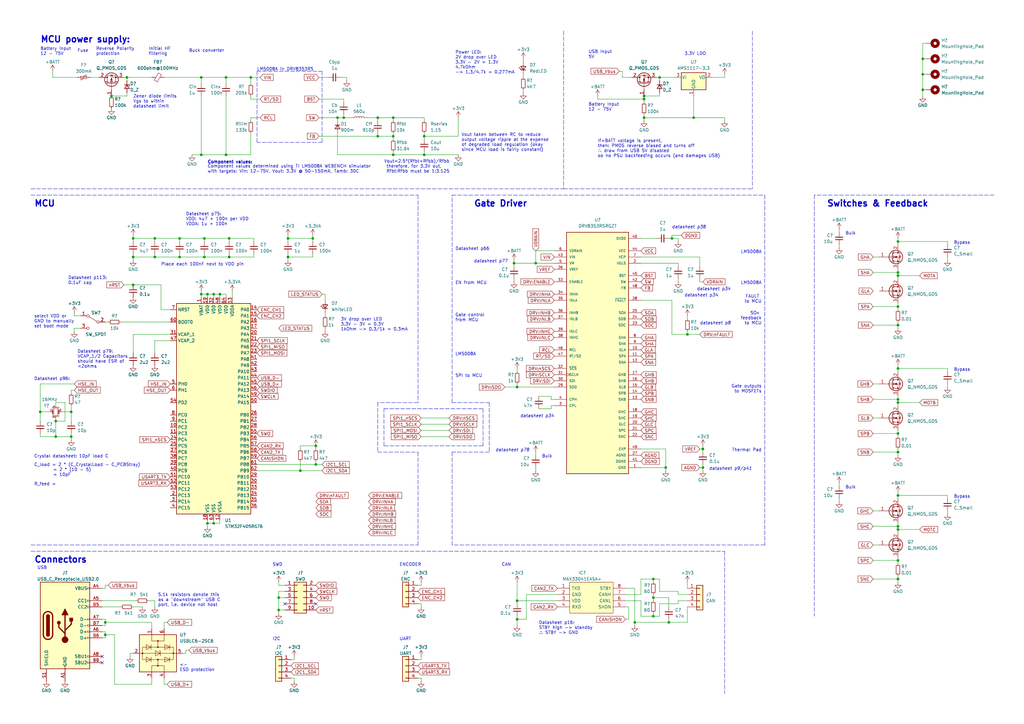
<source format=kicad_sch>
(kicad_sch (version 20211123) (generator eeschema)
  (paper "A3")
  (title_block (title "FYP ESC PCB") (date "2022-04-05") (rev "1.0") (company "Will Shrubb"))
  (junction (at 288.29 191.77))
  (junction (at 93.98 97.79))
  (junction (at 378.46 36.83))
  (junction (at 45.72 39.37))
  (junction (at 212.09 254))
  (junction (at 368.3 217.17))
  (junction (at 82.55 120.65))
  (junction (at 87.63 214.63))
  (junction (at 128.27 97.79))
  (junction (at 154.94 48.26))
  (junction (at 92.71 31.75))
  (junction (at 368.3 165.1))
  (junction (at 173.99 63.5))
  (junction (at 368.3 203.2))
  (junction (at 102.87 31.75))
  (junction (at 129.54 190.5))
  (junction (at 264.16 39.37))
  (junction (at 288.29 184.15))
  (junction (at 281.94 137.16))
  (junction (at 260.35 255.27))
  (junction (at 368.3 177.8))
  (junction (at 82.55 63.5))
  (junction (at 267.97 245.11))
  (junction (at 52.07 31.75))
  (junction (at 129.54 182.88))
  (junction (at 368.3 237.49))
  (junction (at 368.3 163.83))
  (junction (at 54.61 97.79))
  (junction (at 368.3 151.13))
  (junction (at 82.55 31.75))
  (junction (at 123.19 193.04))
  (junction (at 63.5 105.41))
  (junction (at 267.97 252.73))
  (junction (at 378.46 30.48))
  (junction (at 274.32 255.27))
  (junction (at 378.46 24.13))
  (junction (at 87.63 120.65))
  (junction (at 161.29 48.26))
  (junction (at 83.82 105.41))
  (junction (at 161.29 63.5))
  (junction (at 29.21 168.91))
  (junction (at 154.94 55.88))
  (junction (at 90.17 120.65))
  (junction (at 138.43 48.26))
  (junction (at 270.51 31.75))
  (junction (at 284.48 48.26))
  (junction (at 114.3 245.11))
  (junction (at 83.82 97.79))
  (junction (at 85.09 120.65))
  (junction (at 161.29 55.88))
  (junction (at 264.16 40.64))
  (junction (at 118.11 105.41))
  (junction (at 368.3 111.76))
  (junction (at 140.97 48.26))
  (junction (at 368.3 229.87))
  (junction (at 93.98 105.41))
  (junction (at 212.09 246.38))
  (junction (at 368.3 215.9))
  (junction (at 29.21 179.07))
  (junction (at 43.18 255.27))
  (junction (at 73.66 97.79))
  (junction (at 267.97 237.49))
  (junction (at 273.05 191.77))
  (junction (at 275.59 97.79))
  (junction (at 92.71 63.5))
  (junction (at 368.3 99.06))
  (junction (at 368.3 125.73))
  (junction (at 54.61 105.41))
  (junction (at 63.5 97.79))
  (junction (at 219.71 107.95))
  (junction (at 368.3 185.42))
  (junction (at 114.3 250.19))
  (junction (at 212.09 158.75))
  (junction (at 22.86 179.07))
  (junction (at 264.16 48.26))
  (junction (at 16.51 168.91))
  (junction (at 54.61 116.84))
  (junction (at 22.86 172.72))
  (junction (at 368.3 113.03))
  (junction (at 173.99 55.88))
  (junction (at 85.09 214.63))
  (junction (at 43.18 260.35))
  (junction (at 368.3 133.35))
  (junction (at 118.11 97.79))
  (junction (at 210.82 107.95))
  (junction (at 73.66 105.41))
  (no_connect (at 129.54 247.65))
  (no_connect (at 116.84 247.65))
  (no_connect (at 41.91 271.78))
  (no_connect (at 41.91 269.24))
  (wire (pts (xy 118.11 105.41) (xy 118.11 104.14)))
  (wire (pts (xy 297.18 49.53) (xy 297.18 48.26)))
  (wire (pts (xy 288.29 185.42) (xy 288.29 184.15)))
  (wire (pts (xy 210.82 106.68) (xy 210.82 107.95)))
  (wire (pts (xy 262.89 243.84) (xy 262.89 237.49)))
  (wire (pts (xy 172.72 270.51) (xy 172.72 269.24)))
  (wire (pts (xy 16.51 168.91) (xy 16.51 172.72)))
  (wire (pts (xy 49.53 132.08) (xy 69.85 132.08)))
  (wire (pts (xy 102.87 54.61) (xy 102.87 63.5)))
  (wire (pts (xy 214.63 36.83) (xy 214.63 38.1)))
  (wire (pts (xy 368.3 133.35) (xy 368.3 134.62)))
  (wire (pts (xy 219.71 185.42) (xy 219.71 186.69)))
  (wire (pts (xy 287.02 114.3) (xy 287.02 115.57)))
  (wire (pts (xy 22.86 171.45) (xy 22.86 172.72)))
  (wire (pts (xy 262.89 191.77) (xy 273.05 191.77)))
  (polyline (pts (xy 231.14 77.47) (xy 308.61 77.47)))
  (wire (pts (xy 82.55 31.75) (xy 82.55 34.29)))
  (wire (pts (xy 133.35 134.62) (xy 133.35 135.89)))
  (wire (pts (xy 171.45 278.13) (xy 172.72 278.13)))
  (wire (pts (xy 142.24 33.02) (xy 142.24 31.75)))
  (wire (pts (xy 262.89 252.73) (xy 267.97 252.73)))
  (wire (pts (xy 92.71 31.75) (xy 102.87 31.75)))
  (wire (pts (xy 138.43 48.26) (xy 140.97 48.26)))
  (wire (pts (xy 43.18 256.54) (xy 41.91 256.54)))
  (wire (pts (xy 378.46 17.78) (xy 378.46 24.13)))
  (wire (pts (xy 30.48 129.54) (xy 30.48 128.27)))
  (wire (pts (xy 67.31 255.27) (xy 67.31 257.81)))
  (wire (pts (xy 275.59 97.79) (xy 278.13 97.79)))
  (wire (pts (xy 378.46 36.83) (xy 379.73 36.83)))
  (wire (pts (xy 33.02 129.54) (xy 30.48 129.54)))
  (wire (pts (xy 54.61 96.52) (xy 54.61 97.79)))
  (wire (pts (xy 379.73 17.78) (xy 378.46 17.78)))
  (wire (pts (xy 30.48 135.89) (xy 30.48 134.62)))
  (wire (pts (xy 368.3 132.08) (xy 368.3 133.35)))
  (wire (pts (xy 41.91 246.38) (xy 55.88 246.38)))
  (wire (pts (xy 281.94 135.89) (xy 281.94 137.16)))
  (polyline (pts (xy 313.69 187.96) (xy 313.69 223.52)))
  (wire (pts (xy 288.29 191.77) (xy 288.29 193.04)))
  (wire (pts (xy 278.13 246.38) (xy 281.94 246.38)))
  (wire (pts (xy 154.94 48.26) (xy 161.29 48.26)))
  (wire (pts (xy 25.4 168.91) (xy 29.21 168.91)))
  (wire (pts (xy 102.87 39.37) (xy 102.87 40.64)))
  (wire (pts (xy 68.58 255.27) (xy 67.31 255.27)))
  (wire (pts (xy 297.18 31.75) (xy 297.18 30.48)))
  (wire (pts (xy 256.54 241.3) (xy 260.35 241.3)))
  (wire (pts (xy 388.62 204.47) (xy 388.62 203.2)))
  (wire (pts (xy 118.11 105.41) (xy 128.27 105.41)))
  (wire (pts (xy 63.5 97.79) (xy 73.66 97.79)))
  (wire (pts (xy 142.24 31.75) (xy 139.7 31.75)))
  (wire (pts (xy 54.61 105.41) (xy 63.5 105.41)))
  (wire (pts (xy 358.14 111.76) (xy 368.3 111.76)))
  (wire (pts (xy 281.94 238.76) (xy 281.94 241.3)))
  (polyline (pts (xy 171.45 165.1) (xy 154.94 165.1)))
  (wire (pts (xy 90.17 120.65) (xy 92.71 120.65)))
  (wire (pts (xy 245.11 40.64) (xy 264.16 40.64)))
  (polyline (pts (xy 12.7 223.52) (xy 171.45 223.52)))
  (wire (pts (xy 358.14 133.35) (xy 368.3 133.35)))
  (wire (pts (xy 281.94 129.54) (xy 281.94 130.81)))
  (wire (pts (xy 43.18 254) (xy 43.18 255.27)))
  (wire (pts (xy 275.59 96.52) (xy 275.59 97.79)))
  (wire (pts (xy 154.94 55.88) (xy 161.29 55.88)))
  (wire (pts (xy 267.97 252.73) (xy 267.97 251.46)))
  (wire (pts (xy 262.89 107.95) (xy 278.13 107.95)))
  (wire (pts (xy 264.16 46.99) (xy 264.16 48.26)))
  (wire (pts (xy 82.55 120.65) (xy 82.55 121.92)))
  (wire (pts (xy 270.51 39.37) (xy 264.16 39.37)))
  (wire (pts (xy 161.29 62.23) (xy 161.29 63.5)))
  (wire (pts (xy 278.13 247.65) (xy 278.13 246.38)))
  (wire (pts (xy 118.11 96.52) (xy 118.11 97.79)))
  (wire (pts (xy 172.72 173.99) (xy 184.15 173.99)))
  (wire (pts (xy 92.71 39.37) (xy 92.71 63.5)))
  (wire (pts (xy 368.3 177.8) (xy 368.3 176.53)))
  (wire (pts (xy 85.09 214.63) (xy 85.09 215.9)))
  (wire (pts (xy 43.18 240.03) (xy 44.45 240.03)))
  (wire (pts (xy 85.09 120.65) (xy 85.09 121.92)))
  (wire (pts (xy 63.5 105.41) (xy 63.5 104.14)))
  (wire (pts (xy 118.11 97.79) (xy 128.27 97.79)))
  (wire (pts (xy 388.62 105.41) (xy 388.62 106.68)))
  (wire (pts (xy 228.6 246.38) (xy 212.09 246.38)))
  (wire (pts (xy 358.14 105.41) (xy 360.68 105.41)))
  (wire (pts (xy 278.13 247.65) (xy 270.51 247.65)))
  (wire (pts (xy 82.55 119.38) (xy 82.55 120.65)))
  (wire (pts (xy 344.17 100.33) (xy 344.17 101.6)))
  (wire (pts (xy 93.98 105.41) (xy 104.14 105.41)))
  (wire (pts (xy 173.99 63.5) (xy 187.96 63.5)))
  (wire (pts (xy 140.97 48.26) (xy 144.78 48.26)))
  (wire (pts (xy 172.72 176.53) (xy 184.15 176.53)))
  (wire (pts (xy 278.13 242.57) (xy 270.51 242.57)))
  (wire (pts (xy 368.3 177.8) (xy 368.3 179.07)))
  (polyline (pts (xy 198.12 167.64) (xy 198.12 182.88)))
  (wire (pts (xy 273.05 184.15) (xy 273.05 191.77)))
  (wire (pts (xy 267.97 237.49) (xy 267.97 238.76)))
  (wire (pts (xy 20.32 168.91) (xy 16.51 168.91)))
  (wire (pts (xy 130.81 55.88) (xy 154.94 55.88)))
  (polyline (pts (xy 185.42 165.1) (xy 185.42 80.01)))
  (wire (pts (xy 267.97 237.49) (xy 270.51 237.49)))
  (wire (pts (xy 16.51 179.07) (xy 22.86 179.07)))
  (wire (pts (xy 60.96 246.38) (xy 63.5 246.38)))
  (wire (pts (xy 212.09 254) (xy 212.09 256.54)))
  (wire (pts (xy 46.99 260.35) (xy 46.99 280.67)))
  (wire (pts (xy 29.21 160.02) (xy 29.21 161.29)))
  (wire (pts (xy 118.11 106.68) (xy 118.11 105.41)))
  (wire (pts (xy 87.63 213.36) (xy 87.63 214.63)))
  (wire (pts (xy 149.86 48.26) (xy 154.94 48.26)))
  (wire (pts (xy 260.35 255.27) (xy 260.35 256.54)))
  (wire (pts (xy 378.46 30.48) (xy 378.46 36.83)))
  (wire (pts (xy 161.29 54.61) (xy 161.29 55.88)))
  (wire (pts (xy 368.3 228.6) (xy 368.3 229.87)))
  (polyline (pts (xy 105.41 29.21) (xy 132.08 29.21)))
  (wire (pts (xy 358.14 223.52) (xy 360.68 223.52)))
  (wire (pts (xy 22.86 166.37) (xy 22.86 165.1)))
  (wire (pts (xy 102.87 48.26) (xy 106.68 48.26)))
  (wire (pts (xy 172.72 278.13) (xy 172.72 279.4)))
  (wire (pts (xy 173.99 62.23) (xy 173.99 63.5)))
  (wire (pts (xy 130.81 48.26) (xy 138.43 48.26)))
  (wire (pts (xy 358.14 157.48) (xy 360.68 157.48)))
  (wire (pts (xy 73.66 97.79) (xy 73.66 99.06)))
  (wire (pts (xy 368.3 113.03) (xy 368.3 114.3)))
  (wire (pts (xy 63.5 246.38) (xy 63.5 248.92)))
  (wire (pts (xy 368.3 237.49) (xy 368.3 238.76)))
  (wire (pts (xy 264.16 41.91) (xy 264.16 40.64)))
  (wire (pts (xy 278.13 107.95) (xy 278.13 109.22)))
  (wire (pts (xy 358.14 215.9) (xy 368.3 215.9)))
  (polyline (pts (xy 231.14 12.7) (xy 231.14 77.47)))
  (wire (pts (xy 269.24 31.75) (xy 270.51 31.75)))
  (wire (pts (xy 92.71 120.65) (xy 92.71 121.92)))
  (wire (pts (xy 256.54 243.84) (xy 262.89 243.84)))
  (wire (pts (xy 29.21 179.07) (xy 29.21 180.34)))
  (wire (pts (xy 368.3 217.17) (xy 377.19 217.17)))
  (wire (pts (xy 264.16 48.26) (xy 284.48 48.26)))
  (wire (pts (xy 257.81 254) (xy 257.81 248.92)))
  (wire (pts (xy 219.71 102.87) (xy 219.71 107.95)))
  (wire (pts (xy 130.81 31.75) (xy 134.62 31.75)))
  (wire (pts (xy 133.35 120.65) (xy 132.08 120.65)))
  (wire (pts (xy 16.51 157.48) (xy 16.51 168.91)))
  (wire (pts (xy 119.38 278.13) (xy 120.65 278.13)))
  (wire (pts (xy 173.99 55.88) (xy 173.99 57.15)))
  (wire (pts (xy 378.46 24.13) (xy 378.46 30.48)))
  (wire (pts (xy 62.23 280.67) (xy 62.23 278.13)))
  (wire (pts (xy 133.35 123.19) (xy 133.35 120.65)))
  (wire (pts (xy 29.21 168.91) (xy 29.21 172.72)))
  (wire (pts (xy 358.14 177.8) (xy 368.3 177.8)))
  (polyline (pts (xy 200.66 185.42) (xy 185.42 185.42)))
  (wire (pts (xy 83.82 105.41) (xy 93.98 105.41)))
  (wire (pts (xy 219.71 102.87) (xy 227.33 102.87)))
  (wire (pts (xy 358.14 209.55) (xy 360.68 209.55)))
  (wire (pts (xy 90.17 213.36) (xy 90.17 214.63)))
  (wire (pts (xy 172.72 247.65) (xy 172.72 248.92)))
  (wire (pts (xy 43.18 259.08) (xy 43.18 260.35)))
  (wire (pts (xy 358.14 171.45) (xy 360.68 171.45)))
  (wire (pts (xy 172.72 179.07) (xy 184.15 179.07)))
  (wire (pts (xy 275.59 137.16) (xy 281.94 137.16)))
  (wire (pts (xy 278.13 242.57) (xy 278.13 243.84)))
  (wire (pts (xy 67.31 31.75) (xy 82.55 31.75)))
  (wire (pts (xy 278.13 243.84) (xy 281.94 243.84)))
  (wire (pts (xy 173.99 63.5) (xy 161.29 63.5)))
  (wire (pts (xy 278.13 114.3) (xy 278.13 115.57)))
  (wire (pts (xy 368.3 110.49) (xy 368.3 111.76)))
  (wire (pts (xy 30.48 157.48) (xy 16.51 157.48)))
  (wire (pts (xy 123.19 193.04) (xy 132.08 193.04)))
  (wire (pts (xy 130.81 40.64) (xy 140.97 40.64)))
  (wire (pts (xy 368.3 97.79) (xy 368.3 99.06)))
  (wire (pts (xy 154.94 48.26) (xy 154.94 49.53)))
  (wire (pts (xy 267.97 245.11) (xy 267.97 246.38)))
  (wire (pts (xy 274.32 97.79) (xy 275.59 97.79)))
  (wire (pts (xy 63.5 105.41) (xy 73.66 105.41)))
  (wire (pts (xy 52.07 39.37) (xy 45.72 39.37)))
  (wire (pts (xy 140.97 46.99) (xy 140.97 48.26)))
  (wire (pts (xy 368.3 185.42) (xy 368.3 186.69)))
  (wire (pts (xy 161.29 48.26) (xy 161.29 49.53)))
  (wire (pts (xy 43.18 132.08) (xy 44.45 132.08)))
  (polyline (pts (xy 185.42 165.1) (xy 200.66 165.1)))
  (wire (pts (xy 102.87 40.64) (xy 106.68 40.64)))
  (wire (pts (xy 54.61 97.79) (xy 54.61 99.06)))
  (polyline (pts (xy 185.42 80.01) (xy 313.69 80.01)))
  (wire (pts (xy 267.97 243.84) (xy 267.97 245.11)))
  (wire (pts (xy 344.17 93.98) (xy 344.17 95.25)))
  (wire (pts (xy 128.27 96.52) (xy 128.27 97.79)))
  (wire (pts (xy 227.33 163.83) (xy 226.06 163.83)))
  (wire (pts (xy 210.82 114.3) (xy 210.82 115.57)))
  (wire (pts (xy 63.5 97.79) (xy 63.5 99.06)))
  (wire (pts (xy 171.45 240.03) (xy 172.72 240.03)))
  (wire (pts (xy 120.65 278.13) (xy 120.65 279.4)))
  (wire (pts (xy 368.3 125.73) (xy 368.3 127)))
  (wire (pts (xy 128.27 105.41) (xy 128.27 104.14)))
  (wire (pts (xy 82.55 31.75) (xy 92.71 31.75)))
  (wire (pts (xy 388.62 152.4) (xy 388.62 151.13)))
  (wire (pts (xy 358.14 229.87) (xy 368.3 229.87)))
  (wire (pts (xy 368.3 99.06) (xy 368.3 100.33)))
  (wire (pts (xy 368.3 165.1) (xy 377.19 165.1)))
  (wire (pts (xy 74.93 267.97) (xy 76.2 267.97)))
  (wire (pts (xy 368.3 203.2) (xy 388.62 203.2)))
  (wire (pts (xy 50.8 116.84) (xy 54.61 116.84)))
  (wire (pts (xy 83.82 105.41) (xy 83.82 104.14)))
  (wire (pts (xy 140.97 41.91) (xy 140.97 40.64)))
  (wire (pts (xy 275.59 123.19) (xy 275.59 137.16)))
  (wire (pts (xy 52.07 38.1) (xy 52.07 39.37)))
  (wire (pts (xy 281.94 248.92) (xy 281.94 255.27)))
  (wire (pts (xy 368.3 165.1) (xy 368.3 166.37)))
  (wire (pts (xy 116.84 242.57) (xy 114.3 242.57)))
  (wire (pts (xy 274.32 255.27) (xy 281.94 255.27)))
  (wire (pts (xy 274.32 248.92) (xy 274.32 245.11)))
  (wire (pts (xy 95.25 119.38) (xy 95.25 121.92)))
  (polyline (pts (xy 313.69 80.01) (xy 313.69 187.96)))
  (wire (pts (xy 87.63 120.65) (xy 87.63 121.92)))
  (wire (pts (xy 368.3 217.17) (xy 368.3 218.44)))
  (wire (pts (xy 73.66 105.41) (xy 73.66 104.14)))
  (wire (pts (xy 52.07 31.75) (xy 52.07 33.02)))
  (wire (pts (xy 16.51 177.8) (xy 16.51 179.07)))
  (wire (pts (xy 262.89 184.15) (xy 273.05 184.15)))
  (wire (pts (xy 123.19 182.88) (xy 129.54 182.88)))
  (wire (pts (xy 255.27 31.75) (xy 259.08 31.75)))
  (wire (pts (xy 114.3 240.03) (xy 116.84 240.03)))
  (wire (pts (xy 21.59 31.75) (xy 31.75 31.75)))
  (wire (pts (xy 53.34 267.97) (xy 54.61 267.97)))
  (wire (pts (xy 368.3 163.83) (xy 368.3 165.1)))
  (wire (pts (xy 120.65 270.51) (xy 120.65 269.24)))
  (wire (pts (xy 368.3 151.13) (xy 368.3 152.4)))
  (polyline (pts (xy 157.48 167.64) (xy 198.12 167.64)))
  (wire (pts (xy 292.1 31.75) (xy 297.18 31.75)))
  (wire (pts (xy 93.98 97.79) (xy 93.98 99.06)))
  (wire (pts (xy 93.98 97.79) (xy 104.14 97.79)))
  (wire (pts (xy 105.41 190.5) (xy 129.54 190.5)))
  (wire (pts (xy 172.72 240.03) (xy 172.72 238.76)))
  (wire (pts (xy 52.07 31.75) (xy 62.23 31.75)))
  (polyline (pts (xy 198.12 182.88) (xy 157.48 182.88)))
  (wire (pts (xy 273.05 191.77) (xy 273.05 193.04)))
  (wire (pts (xy 173.99 48.26) (xy 161.29 48.26)))
  (wire (pts (xy 123.19 189.23) (xy 123.19 193.04)))
  (polyline (pts (xy 200.66 165.1) (xy 200.66 185.42)))
  (wire (pts (xy 102.87 63.5) (xy 92.71 63.5)))
  (polyline (pts (xy 12.7 226.06) (xy 297.18 226.06)))
  (wire (pts (xy 226.06 166.37) (xy 226.06 167.64)))
  (wire (pts (xy 73.66 105.41) (xy 83.82 105.41)))
  (wire (pts (xy 67.31 280.67) (xy 68.58 280.67)))
  (wire (pts (xy 102.87 48.26) (xy 102.87 49.53)))
  (wire (pts (xy 26.67 172.72) (xy 22.86 172.72)))
  (wire (pts (xy 274.32 255.27) (xy 274.32 254)))
  (wire (pts (xy 287.02 115.57) (xy 288.29 115.57)))
  (wire (pts (xy 26.67 165.1) (xy 26.67 172.72)))
  (wire (pts (xy 388.62 209.55) (xy 388.62 210.82)))
  (wire (pts (xy 41.91 248.92) (xy 49.53 248.92)))
  (polyline (pts (xy 171.45 80.01) (xy 171.45 165.1)))
  (wire (pts (xy 43.18 255.27) (xy 43.18 256.54)))
  (wire (pts (xy 344.17 198.12) (xy 344.17 199.39)))
  (wire (pts (xy 215.9 243.84) (xy 215.9 254)))
  (wire (pts (xy 368.3 113.03) (xy 377.19 113.03)))
  (wire (pts (xy 284.48 48.26) (xy 297.18 48.26)))
  (wire (pts (xy 262.89 246.38) (xy 262.89 252.73)))
  (wire (pts (xy 173.99 54.61) (xy 173.99 55.88)))
  (wire (pts (xy 93.98 105.41) (xy 93.98 104.14)))
  (wire (pts (xy 90.17 214.63) (xy 87.63 214.63)))
  (wire (pts (xy 344.17 204.47) (xy 344.17 205.74)))
  (wire (pts (xy 138.43 48.26) (xy 138.43 49.53)))
  (wire (pts (xy 22.86 172.72) (xy 22.86 179.07)))
  (wire (pts (xy 66.04 127) (xy 69.85 127)))
  (wire (pts (xy 257.81 248.92) (xy 256.54 248.92)))
  (wire (pts (xy 43.18 241.3) (xy 43.18 240.03)))
  (wire (pts (xy 29.21 160.02) (xy 30.48 160.02)))
  (wire (pts (xy 255.27 29.21) (xy 255.27 31.75)))
  (wire (pts (xy 85.09 213.36) (xy 85.09 214.63)))
  (wire (pts (xy 220.98 162.56) (xy 226.06 162.56)))
  (wire (pts (xy 288.29 182.88) (xy 288.29 184.15)))
  (wire (pts (xy 43.18 255.27) (xy 62.23 255.27)))
  (wire (pts (xy 41.91 254) (xy 43.18 254)))
  (wire (pts (xy 118.11 97.79) (xy 118.11 99.06)))
  (wire (pts (xy 82.55 63.5) (xy 92.71 63.5)))
  (wire (pts (xy 41.91 259.08) (xy 43.18 259.08)))
  (wire (pts (xy 287.02 105.41) (xy 262.89 105.41)))
  (wire (pts (xy 172.72 171.45) (xy 184.15 171.45)))
  (wire (pts (xy 254 29.21) (xy 255.27 29.21)))
  (wire (pts (xy 212.09 158.75) (xy 227.33 158.75)))
  (wire (pts (xy 288.29 190.5) (xy 288.29 191.77)))
  (polyline (pts (xy 157.48 182.88) (xy 157.48 167.64)))
  (wire (pts (xy 378.46 36.83) (xy 378.46 39.37)))
  (wire (pts (xy 78.74 63.5) (xy 82.55 63.5)))
  (wire (pts (xy 171.45 247.65) (xy 172.72 247.65)))
  (wire (pts (xy 36.83 31.75) (xy 40.64 31.75)))
  (wire (pts (xy 85.09 120.65) (xy 87.63 120.65)))
  (wire (pts (xy 114.3 245.11) (xy 114.3 250.19)))
  (wire (pts (xy 388.62 157.48) (xy 388.62 158.75)))
  (wire (pts (xy 83.82 97.79) (xy 83.82 99.06)))
  (wire (pts (xy 379.73 30.48) (xy 378.46 30.48)))
  (wire (pts (xy 138.43 63.5) (xy 161.29 63.5)))
  (wire (pts (xy 260.35 255.27) (xy 274.32 255.27)))
  (wire (pts (xy 212.09 157.48) (xy 212.09 158.75)))
  (wire (pts (xy 43.18 260.35) (xy 46.99 260.35)))
  (wire (pts (xy 128.27 97.79) (xy 128.27 99.06)))
  (wire (pts (xy 358.14 237.49) (xy 368.3 237.49)))
  (wire (pts (xy 267.97 245.11) (xy 274.32 245.11)))
  (wire (pts (xy 54.61 248.92) (xy 58.42 248.92)))
  (polyline (pts (xy 105.41 29.21) (xy 105.41 58.42)))
  (wire (pts (xy 129.54 189.23) (xy 129.54 190.5)))
  (wire (pts (xy 212.09 238.76) (xy 212.09 246.38)))
  (wire (pts (xy 54.61 105.41) (xy 54.61 106.68)))
  (wire (pts (xy 368.3 236.22) (xy 368.3 237.49)))
  (wire (pts (xy 66.04 116.84) (xy 54.61 116.84)))
  (wire (pts (xy 129.54 190.5) (xy 132.08 190.5)))
  (wire (pts (xy 288.29 184.15) (xy 287.02 184.15)))
  (wire (pts (xy 123.19 182.88) (xy 123.19 184.15)))
  (wire (pts (xy 104.14 105.41) (xy 104.14 104.14)))
  (wire (pts (xy 83.82 97.79) (xy 93.98 97.79)))
  (wire (pts (xy 207.01 158.75) (xy 212.09 158.75)))
  (wire (pts (xy 76.2 267.97) (xy 76.2 266.7)))
  (wire (pts (xy 358.14 163.83) (xy 368.3 163.83)))
  (wire (pts (xy 284.48 39.37) (xy 284.48 48.26)))
  (wire (pts (xy 270.51 31.75) (xy 276.86 31.75)))
  (polyline (pts (xy 132.08 58.42) (xy 105.41 58.42)))
  (wire (pts (xy 210.82 107.95) (xy 219.71 107.95)))
  (wire (pts (xy 114.3 242.57) (xy 114.3 245.11)))
  (wire (pts (xy 187.96 48.26) (xy 187.96 55.88)))
  (wire (pts (xy 67.31 278.13) (xy 67.31 280.67)))
  (wire (pts (xy 368.3 163.83) (xy 368.3 162.56)))
  (polyline (pts (xy 12.7 77.47) (xy 231.14 77.47)))
  (wire (pts (xy 228.6 243.84) (xy 215.9 243.84)))
  (wire (pts (xy 54.61 97.79) (xy 63.5 97.79)))
  (wire (pts (xy 275.59 96.52) (xy 279.4 96.52)))
  (wire (pts (xy 368.3 149.86) (xy 368.3 151.13)))
  (wire (pts (xy 262.89 123.19) (xy 275.59 123.19)))
  (wire (pts (xy 226.06 163.83) (xy 226.06 162.56)))
  (polyline (pts (xy 308.61 12.7) (xy 308.61 77.47)))
  (wire (pts (xy 368.3 184.15) (xy 368.3 185.42)))
  (wire (pts (xy 214.63 30.48) (xy 214.63 31.75)))
  (wire (pts (xy 187.96 55.88) (xy 173.99 55.88)))
  (wire (pts (xy 212.09 246.38) (xy 212.09 247.65)))
  (polyline (pts (xy 297.18 226.06) (xy 297.18 284.48)))
  (wire (pts (xy 66.04 116.84) (xy 66.04 127)))
  (wire (pts (xy 262.89 97.79) (xy 269.24 97.79)))
  (wire (pts (xy 92.71 31.75) (xy 92.71 34.29)))
  (wire (pts (xy 358.14 185.42) (xy 368.3 185.42)))
  (wire (pts (xy 82.55 120.65) (xy 85.09 120.65)))
  (wire (pts (xy 62.23 255.27) (xy 62.23 257.81)))
  (wire (pts (xy 227.33 166.37) (xy 226.06 166.37)))
  (wire (pts (xy 368.3 151.13) (xy 388.62 151.13)))
  (wire (pts (xy 278.13 97.79) (xy 278.13 99.06)))
  (wire (pts (xy 226.06 167.64) (xy 220.98 167.64)))
  (wire (pts (xy 256.54 254) (xy 257.81 254)))
  (polyline (pts (xy 132.08 29.21) (xy 132.08 58.42)))
  (wire (pts (xy 76.2 266.7) (xy 77.47 266.7)))
  (wire (pts (xy 281.94 137.16) (xy 287.02 137.16)))
  (wire (pts (xy 50.8 31.75) (xy 52.07 31.75)))
  (wire (pts (xy 73.66 97.79) (xy 83.82 97.79)))
  (wire (pts (xy 270.51 247.65) (xy 270.51 252.73)))
  (polyline (pts (xy 313.69 223.52) (xy 185.42 223.52)))
  (wire (pts (xy 29.21 179.07) (xy 22.86 179.07)))
  (polyline (pts (xy 185.42 185.42) (xy 185.42 223.52)))
  (wire (pts (xy 171.45 270.51) (xy 172.72 270.51)))
  (wire (pts (xy 21.59 29.21) (xy 21.59 31.75)))
  (wire (pts (xy 368.3 214.63) (xy 368.3 215.9)))
  (wire (pts (xy 22.86 165.1) (xy 26.67 165.1)))
  (wire (pts (xy 69.85 137.16) (xy 54.61 137.16)))
  (wire (pts (xy 358.14 125.73) (xy 368.3 125.73)))
  (wire (pts (xy 287.02 105.41) (xy 287.02 109.22)))
  (wire (pts (xy 29.21 166.37) (xy 29.21 168.91)))
  (wire (pts (xy 129.54 184.15) (xy 129.54 182.88)))
  (wire (pts (xy 270.51 38.1) (xy 270.51 39.37)))
  (wire (pts (xy 105.41 193.04) (xy 123.19 193.04)))
  (wire (pts (xy 368.3 111.76) (xy 368.3 113.03)))
  (wire (pts (xy 260.35 241.3) (xy 260.35 255.27)))
  (wire (pts (xy 114.3 238.76) (xy 114.3 240.03)))
  (wire (pts (xy 87.63 214.63) (xy 85.09 214.63)))
  (wire (pts (xy 46.99 280.67) (xy 62.23 280.67)))
  (wire (pts (xy 270.51 237.49) (xy 270.51 242.57)))
  (wire (pts (xy 368.3 215.9) (xy 368.3 217.17)))
  (polyline (pts (xy 12.7 80.01) (xy 171.45 80.01)))
  (wire (pts (xy 54.61 137.16) (xy 54.61 144.78)))
  (wire (pts (xy 102.87 31.75) (xy 106.68 31.75)))
  (wire (pts (xy 119.38 270.51) (xy 120.65 270.51)))
  (wire (pts (xy 154.94 54.61) (xy 154.94 55.88)))
  (wire (pts (xy 378.46 24.13) (xy 379.73 24.13)))
  (wire (pts (xy 63.5 139.7) (xy 63.5 144.78)))
  (wire (pts (xy 219.71 191.77) (xy 219.71 193.04)))
  (wire (pts (xy 212.09 252.73) (xy 212.09 254)))
  (polyline (pts (xy 154.94 185.42) (xy 171.45 185.42)))
  (wire (pts (xy 54.61 105.41) (xy 54.61 104.14)))
  (wire (pts (xy 116.84 245.11) (xy 114.3 245.11)))
  (wire (pts (xy 388.62 100.33) (xy 388.62 99.06)))
  (wire (pts (xy 43.18 261.62) (xy 41.91 261.62)))
  (wire (pts (xy 63.5 139.7) (xy 69.85 139.7)))
  (wire (pts (xy 173.99 49.53) (xy 173.99 48.26)))
  (wire (pts (xy 267.97 252.73) (xy 270.51 252.73)))
  (wire (pts (xy 368.3 201.93) (xy 368.3 203.2)))
  (wire (pts (xy 102.87 31.75) (xy 102.87 34.29)))
  (wire (pts (xy 368.3 124.46) (xy 368.3 125.73)))
  (wire (pts (xy 368.3 229.87) (xy 368.3 231.14)))
  (wire (pts (xy 214.63 25.4) (xy 214.63 24.13)))
  (wire (pts (xy 368.3 203.2) (xy 368.3 204.47)))
  (wire (pts (xy 270.51 31.75) (xy 270.51 33.02)))
  (wire (pts (xy 264.16 49.53) (xy 264.16 48.26)))
  (wire (pts (xy 256.54 246.38) (xy 262.89 246.38)))
  (wire (pts (xy 210.82 107.95) (xy 210.82 109.22)))
  (wire (pts (xy 264.16 40.64) (xy 264.16 39.37)))
  (wire (pts (xy 87.63 120.65) (xy 90.17 120.65)))
  (wire (pts (xy 43.18 260.35) (xy 43.18 261.62)))
  (polyline (pts (xy 154.94 165.1) (xy 154.94 185.42)))
  (wire (pts (xy 41.91 241.3) (xy 43.18 241.3)))
  (wire (pts (xy 138.43 54.61) (xy 138.43 63.5)))
  (wire (pts (xy 133.35 128.27) (xy 133.35 129.54)))
  (wire (pts (xy 288.29 191.77) (xy 287.02 191.77)))
  (wire (pts (xy 161.29 55.88) (xy 161.29 57.15)))
  (wire (pts (xy 82.55 39.37) (xy 82.55 63.5)))
  (wire (pts (xy 104.14 97.79) (xy 104.14 99.06)))
  (polyline (pts (xy 334.01 80.01) (xy 334.01 252.73)))
  (wire (pts (xy 245.11 39.37) (xy 245.11 40.64)))
  (wire (pts (xy 262.89 237.49) (xy 267.97 237.49)))
  (wire (pts (xy 116.84 250.19) (xy 114.3 250.19)))
  (wire (pts (xy 212.09 151.13) (xy 212.09 152.4)))
  (wire (pts (xy 30.48 134.62) (xy 33.02 134.62)))
  (polyline (pts (xy 407.67 80.01) (xy 334.01 80.01)))
  (wire (pts (xy 368.3 99.06) (xy 388.62 99.06)))
  (wire (pts (xy 219.71 107.95) (xy 227.33 107.95)))
  (wire (pts (xy 90.17 120.65) (xy 90.17 121.92)))
  (wire (pts (xy 215.9 254) (xy 212.09 254)))
  (polyline (pts (xy 171.45 185.42) (xy 171.45 223.52)))
  (wire (pts (xy 53.34 269.24) (xy 53.34 267.97)))
  (wire (pts (xy 29.21 177.8) (xy 29.21 179.07)))
  (wire (pts (xy 114.3 250.19) (xy 114.3 251.46)))
  (text "Gate outputs\nto MOSFETs" (at 312.42 161.29 180) (effects (font (size 1.27 1.27)) (justify right bottom)))
  (text "datasheet p38" (at 275.59 93.98 0) (effects (font (size 1.27 1.27) italic) (justify left bottom)))
  (text "If+BATT voltage is present, \nthen: PMOS reverse biased and turns off \n∴ draw from USB 5V disabled\nso no PSU backfeeding occurs (and damages USB)" (at 245.11 64.77 0) (effects (font (size 1.27 1.27)) (justify left bottom)))
  (text "MCU power supply:" (at 16.51 17.78 0) (effects (font (size 2.54 2.54) (thickness 0.508) bold) (justify left bottom)))
  (text "EN from MCU" (at 186.69 116.84 0) (effects (font (size 1.27 1.27)) (justify left bottom)))
  (text "Fuse" (at 31.75 21.59 0) (effects (font (size 1.27 1.27)) (justify left bottom)))
  (text "Switches & Feedback" (at 339.09 85.09 0) (effects (font (size 2.54 2.54) bold) (justify left bottom)))
  (text "Place each 100nF next to VDD pin" (at 66.04 109.22 0) (effects (font (size 1.27 1.27)) (justify left bottom)))
  (text "Vout=2.5*(Rfbt+Rfbb)/Rfbb\n therefore, for 3.3V out,\n Rfbt:Rfbb must be 1:3.125\n" (at 157.48 71.12 0) (effects (font (size 1.27 1.27)) (justify left bottom)))
  (text "C_load = 2 * (C_CrystalLoad - C_PCBStray)\n        = 2 * (10 - 5)\n        = 10pF" (at 13.97 195.58 0) (effects (font (size 1.27 1.27)) (justify left bottom)))
  (text "USB Input\n5V" (at 241.3 24.13 0) (effects (font (size 1.27 1.27)) (justify left bottom)))
  (text "Bulk" (at 346.71 200.66 0) (effects (font (size 1.27 1.27)) (justify left bottom)))
  (text "Buck converter" (at 77.47 21.59 0) (effects (font (size 1.27 1.27)) (justify left bottom)))
  (text "datasheet p34" (at 285.75 119.38 0) (effects (font (size 1.27 1.27) italic) (justify left bottom)))
  (text "MCU" (at 13.97 85.09 0) (effects (font (size 2.54 2.54) (thickness 0.508) bold) (justify left bottom)))
  (text "datasheet p34" (at 280.67 121.92 0) (effects (font (size 1.27 1.27) italic) (justify left bottom)))
  (text "R_feed = " (at 13.97 199.39 0) (effects (font (size 1.27 1.27)) (justify left bottom)))
  (text "Power LED:\n2V drop over LED\n3.3V - 2V = 1.3V\n4.7kOhm \n-> 1.3/4.7k = 0.277mA " (at 186.69 30.48 0) (effects (font (size 1.27 1.27)) (justify left bottom)))
  (text "LM5008A" (at 186.69 146.05 0) (effects (font (size 1.27 1.27)) (justify left bottom)))
  (text "datasheet p8" (at 287.02 133.35 0) (effects (font (size 1.27 1.27) italic) (justify left bottom)))
  (text "Zener diode limits \nVgs to within \ndatasheet limit" (at 54.61 44.45 0) (effects (font (size 1.27 1.27)) (justify left bottom)))
  (text "Bypass" (at 391.16 204.47 0) (effects (font (size 1.27 1.27)) (justify left bottom)))
  (text "Datasheet p113:\n0.1uF cap " (at 27.94 116.84 0) (effects (font (size 1.27 1.27)) (justify left bottom)))
  (text "CAN" (at 205.74 232.41 0) (effects (font (size 1.27 1.27)) (justify left bottom)))
  (text "Gate control \nfrom MCU" (at 186.69 132.08 0) (effects (font (size 1.27 1.27)) (justify left bottom)))
  (text "Initial HF\nfiltering" (at 60.96 22.86 0) (effects (font (size 1.27 1.27)) (justify left bottom)))
  (text "Datasheet p79: \nVCAP_1/2 Capacitors \nshould have ESR of \n<2ohms\n" (at 31.75 151.13 0) (effects (font (size 1.27 1.27)) (justify left bottom)))
  (text "SOx \nfeedback\nto MCU" (at 312.42 133.35 180) (effects (font (size 1.27 1.27)) (justify right bottom)))
  (text "ENCODER" (at 163.83 232.41 0) (effects (font (size 1.27 1.27)) (justify left bottom)))
  (text "<-\nESD protection" (at 73.66 275.59 0) (effects (font (size 1.27 1.27)) (justify left bottom)))
  (text "datasheet p34" (at 213.36 171.45 0) (effects (font (size 1.27 1.27) italic) (justify left bottom)))
  (text "UART" (at 163.83 262.89 0) (effects (font (size 1.27 1.27)) (justify left bottom)))
  (text "Reverse Polarity \nprotection" (at 39.37 22.86 0) (effects (font (size 1.27 1.27)) (justify left bottom)))
  (text "SWD" (at 111.76 232.41 0) (effects (font (size 1.27 1.27)) (justify left bottom)))
  (text "I2C" (at 111.76 262.89 0) (effects (font (size 1.27 1.27)) (justify left bottom)))
  (text "LM5008A in DRV8353RS" (at 105.41 29.21 0) (effects (font (size 1.27 1.27)) (justify left bottom)))
  (text "select VDD or \nGND to manually \nset boot mode" (at 13.97 134.62 0) (effects (font (size 1.27 1.27)) (justify left bottom)))
  (text "Battery Input\n12 - 75V" (at 16.51 22.86 0) (effects (font (size 1.27 1.27)) (justify left bottom)))
  (text "LM5008A" (at 312.42 104.14 180) (effects (font (size 1.27 1.27)) (justify right bottom)))
  (text "Thermal Pad" (at 312.42 185.42 180) (effects (font (size 1.27 1.27)) (justify right bottom)))
  (text "Bypass" (at 391.16 100.33 0) (effects (font (size 1.27 1.27)) (justify left bottom)))
  (text "Component values determined using TI LM5008A WEBENCH simulator\nwith targets: Vin: 12-75V, Vout: 3.3V @ 50-150mA, Tamb: 30C" (at 85.09 71.12 0) (effects (font (size 1.27 1.27)) (justify left bottom)))
  (text "Bulk" (at 222.25 187.96 0) (effects (font (size 1.27 1.27)) (justify left bottom)))
  (text "datasheet p77" (at 194.31 107.95 0) (effects (font (size 1.27 1.27) italic) (justify left bottom)))
  (text "Datasheet p75:\nVDD: 4u7 + 100n per VDD\nVDDA: 1u + 100n" (at 76.2 92.71 0) (effects (font (size 1.27 1.27)) (justify left bottom)))
  (text "Battery Input\n12 - 75V" (at 241.3 45.72 0) (effects (font (size 1.27 1.27)) (justify left bottom)))
  (text "Datasheet p66" (at 186.69 102.87 0) (effects (font (size 1.27 1.27)) (justify left bottom)))
  (text "Component values:" (at 85.09 67.31 0) (effects (font (size 1.27 1.27) (thickness 0.254) bold) (justify left bottom)))
  (text "Crystal datasheet: 10pF load C" (at 13.97 187.96 0) (effects (font (size 1.27 1.27)) (justify left bottom)))
  (text "LM5008A" (at 312.42 116.84 180) (effects (font (size 1.27 1.27)) (justify right bottom)))
  (text "3V drop over LED\n3.3V - 3V = 0.3V\n1kOhm -> 0.3/1k = 0.3mA " (at 139.7 135.89 0) (effects (font (size 1.27 1.27)) (justify left bottom)))
  (text "Datasheet p96:" (at 13.97 156.21 0) (effects (font (size 1.27 1.27)) (justify left bottom)))
  (text "5.1k resistors denote this \nas a \"downstream\" USB C \nport, i.e. device not host" (at 64.77 248.92 0) (effects (font (size 1.27 1.27)) (justify left bottom)))
  (text "3.3V LDO" (at 280.67 22.86 0) (effects (font (size 1.27 1.27)) (justify left bottom)))
  (text "datasheet p78" (at 203.2 185.42 0) (effects (font (size 1.27 1.27) italic) (justify left bottom)))
  (text "FAULT \nto MCU" (at 312.42 124.46 180) (effects (font (size 1.27 1.27)) (justify right bottom)))
  (text "Bypass" (at 391.16 152.4 0) (effects (font (size 1.27 1.27)) (justify left bottom)))
  (text "Connectors" (at 13.97 231.14 0) (effects (font (size 2.54 2.54) (thickness 0.508) bold) (justify left bottom)))
  (text "USB" (at 15.24 233.68 0) (effects (font (size 1.27 1.27)) (justify left bottom)))
  (text "Bulk" (at 346.71 96.52 0) (effects (font (size 1.27 1.27)) (justify left bottom)))
  (text "SPI to MCU" (at 186.69 154.94 0) (effects (font (size 1.27 1.27)) (justify left bottom)))
  (text "datasheet p9/p41" (at 290.83 193.04 0) (effects (font (size 1.27 1.27) italic) (justify left bottom)))
  (text "Datasheet p16:\nSTBY high -> standby\n∴ STBY -> GND" (at 220.98 260.35 0) (effects (font (size 1.27 1.27)) (justify left bottom)))
  (text "Vout taken between RC to reduce\noutput voltage ripple at the expense \nof degraded load regulation (okay \nsince MCU load is fairly constant)" (at 189.23 62.23 0) (effects (font (size 1.27 1.27)) (justify left bottom)))
  (text "Gate Driver" (at 194.31 85.09 0) (effects (font (size 2.54 2.54) bold) (justify left bottom)))
  (global_label "DRV:INHC" (shape input) (at 151.13 215.9 0) (property "Intersheet References" "${INTERSHEET_REFS}" (effects hide)))
  (global_label "SWDIO" (shape input) (at 129.54 240.03 0) (property "Intersheet References" "${INTERSHEET_REFS}" (effects hide)))
  (global_label "DRV:INLB" (shape input) (at 227.33 130.81 180) (property "Intersheet References" "${INTERSHEET_REFS}" (effects hide)))
  (global_label "CAN2_RX" (shape input) (at 228.6 248.92 180) (property "Intersheet References" "${INTERSHEET_REFS}" (effects hide)))
  (global_label "MOTA" (shape input) (at 377.19 113.03 0) (property "Intersheet References" "${INTERSHEET_REFS}" (effects hide)))
  (global_label "DRV:INHB" (shape input) (at 151.13 210.82 0) (property "Intersheet References" "${INTERSHEET_REFS}" (effects hide)))
  (global_label "SHB" (shape input) (at 262.89 156.21 0) (property "Intersheet References" "${INTERSHEET_REFS}" (effects hide)))
  (global_label "GLA" (shape input) (at 262.89 143.51 0) (property "Intersheet References" "${INTERSHEET_REFS}" (effects hide)))
  (global_label "I2C1_SDA" (shape input) (at 119.38 275.59 0) (property "Intersheet References" "${INTERSHEET_REFS}" (effects hide)))
  (global_label "SPI1_SCLK" (shape input) (at 105.41 139.7 0) (property "Intersheet References" "${INTERSHEET_REFS}" (effects hide)))
  (global_label "CAN2_TX" (shape input) (at 228.6 241.3 180) (property "Intersheet References" "${INTERSHEET_REFS}" (effects hide)))
  (global_label "GHA" (shape input) (at 358.14 105.41 180) (property "Intersheet References" "${INTERSHEET_REFS}" (effects hide)))
  (global_label "CAN:SHDN" (shape input) (at 256.54 254 180) (property "Intersheet References" "${INTERSHEET_REFS}" (effects hide)))
  (global_label "ENC_CH1" (shape input) (at 105.41 127 0) (property "Intersheet References" "${INTERSHEET_REFS}" (effects hide)))
  (global_label "DGND" (shape input) (at 262.89 189.23 0) (property "Intersheet References" "${INTERSHEET_REFS}" (effects hide)))
  (global_label "HSE_OUT" (shape input) (at 69.85 160.02 180) (property "Intersheet References" "${INTERSHEET_REFS}" (effects hide)))
  (global_label "SPC" (shape input) (at 262.89 176.53 0) (property "Intersheet References" "${INTERSHEET_REFS}" (effects hide)))
  (global_label "VIN" (shape input) (at 227.33 105.41 180) (property "Intersheet References" "${INTERSHEET_REFS}" (effects hide)))
  (global_label "SW" (shape input) (at 262.89 115.57 0) (property "Intersheet References" "${INTERSHEET_REFS}" (effects hide)))
  (global_label "USART3_TX" (shape input) (at 171.45 273.05 0) (property "Intersheet References" "${INTERSHEET_REFS}" (effects hide)))
  (global_label "SPA" (shape input) (at 262.89 146.05 0) (property "Intersheet References" "${INTERSHEET_REFS}" (effects hide)))
  (global_label "GHB" (shape input) (at 262.89 153.67 0) (property "Intersheet References" "${INTERSHEET_REFS}" (effects hide)))
  (global_label "DRV:INHA" (shape input) (at 151.13 205.74 0) (property "Intersheet References" "${INTERSHEET_REFS}" (effects hide)))
  (global_label "USART3_RX" (shape input) (at 69.85 198.12 180) (property "Intersheet References" "${INTERSHEET_REFS}" (effects hide)))
  (global_label "DRV:SDI" (shape input) (at 184.15 176.53 0) (property "Intersheet References" "${INTERSHEET_REFS}" (effects hide)))
  (global_label "BST" (shape input) (at 130.81 40.64 180) (property "Intersheet References" "${INTERSHEET_REFS}" (effects hide)))
  (global_label "DRV:INLA" (shape input) (at 227.33 123.19 180) (property "Intersheet References" "${INTERSHEET_REFS}" (effects hide)))
  (global_label "LED_STATUS" (shape input) (at 114.3 134.62 0) (property "Intersheet References" "${INTERSHEET_REFS}" (effects hide)))
  (global_label "SWCLK" (shape input) (at 129.54 242.57 0) (property "Intersheet References" "${INTERSHEET_REFS}" (effects hide)))
  (global_label "SNB" (shape input) (at 262.89 163.83 0) (property "Intersheet References" "${INTERSHEET_REFS}" (effects hide)))
  (global_label "SOB" (shape input) (at 262.89 130.81 0) (property "Intersheet References" "${INTERSHEET_REFS}" (effects hide)))
  (global_label "DRV:INHB" (shape input) (at 227.33 128.27 180) (property "Intersheet References" "${INTERSHEET_REFS}" (effects hide)))
  (global_label "SWCLK" (shape input) (at 105.41 162.56 0) (property "Intersheet References" "${INTERSHEET_REFS}" (effects hide)))
  (global_label "SNB" (shape input) (at 358.14 185.42 180) (property "Intersheet References" "${INTERSHEET_REFS}" (effects hide)))
  (global_label "SOC" (shape input) (at 129.54 210.82 0) (property "Intersheet References" "${INTERSHEET_REFS}" (effects hide)))
  (global_label "nRST" (shape input) (at 50.8 116.84 180) (property "Intersheet References" "${INTERSHEET_REFS}" (effects hide)))
  (global_label "RT{slash}SD" (shape input) (at 227.33 146.05 180) (property "Intersheet References" "${INTERSHEET_REFS}" (effects hide)))
  (global_label "SPI1_nSCS" (shape input) (at 69.85 180.34 180) (property "Intersheet References" "${INTERSHEET_REFS}" (effects hide)))
  (global_label "SPI1_MISO" (shape input) (at 105.41 142.24 0) (property "Intersheet References" "${INTERSHEET_REFS}" (effects hide)))
  (global_label "GHA" (shape input) (at 262.89 138.43 0) (property "Intersheet References" "${INTERSHEET_REFS}" (effects hide)))
  (global_label "RCL" (shape input) (at 227.33 143.51 180) (property "Intersheet References" "${INTERSHEET_REFS}" (effects hide)))
  (global_label "SPI1_nSCS" (shape input) (at 172.72 171.45 180) (property "Intersheet References" "${INTERSHEET_REFS}" (effects hide)))
  (global_label "DRV:INLC" (shape input) (at 227.33 138.43 180) (property "Intersheet References" "${INTERSHEET_REFS}" (effects hide)))
  (global_label "SHA" (shape input) (at 358.14 111.76 180) (property "Intersheet References" "${INTERSHEET_REFS}" (effects hide)))
  (global_label "SNC" (shape input) (at 358.14 237.49 180) (property "Intersheet References" "${INTERSHEET_REFS}" (effects hide)))
  (global_label "GLB" (shape input) (at 358.14 171.45 180) (property "Intersheet References" "${INTERSHEET_REFS}" (effects hide)))
  (global_label "LED_STATUS" (shape input) (at 132.08 120.65 180) (property "Intersheet References" "${INTERSHEET_REFS}" (effects hide)))
  (global_label "BST" (shape input) (at 262.89 113.03 0) (property "Intersheet References" "${INTERSHEET_REFS}" (effects hide)))
  (global_label "USB_D+" (shape input) (at 105.41 157.48 0) (property "Intersheet References" "${INTERSHEET_REFS}" (effects hide)))
  (global_label "DRV:nSCS" (shape input) (at 227.33 151.13 180) (property "Intersheet References" "${INTERSHEET_REFS}" (effects hide)))
  (global_label "SOB" (shape input) (at 129.54 208.28 0) (property "Intersheet References" "${INTERSHEET_REFS}" (effects hide)))
  (global_label "SHA" (shape input) (at 262.89 140.97 0) (property "Intersheet References" "${INTERSHEET_REFS}" (effects hide)))
  (global_label "VCC" (shape input) (at 262.89 102.87 0) (property "Intersheet References" "${INTERSHEET_REFS}" (effects hide)))
  (global_label "CAN2_RX" (shape input) (at 105.41 182.88 0) (property "Intersheet References" "${INTERSHEET_REFS}" (effects hide)))
  (global_label "DRV:INLB" (shape input) (at 151.13 213.36 0) (property "Intersheet References" "${INTERSHEET_REFS}" (effects hide)))
  (global_label "DRV:INLA" (shape input) (at 151.13 208.28 0) (property "Intersheet References" "${INTERSHEET_REFS}" (effects hide)))
  (global_label "SWO" (shape input) (at 129.54 245.11 0) (property "Intersheet References" "${INTERSHEET_REFS}" (effects hide)))
  (global_label "GHC" (shape input) (at 358.14 209.55 180) (property "Intersheet References" "${INTERSHEET_REFS}" (effects hide)))
  (global_label "DRV:nFAULT" (shape input) (at 129.54 203.2 0) (property "Intersheet References" "${INTERSHEET_REFS}" (effects hide)))
  (global_label "GHB" (shape input) (at 358.14 157.48 180) (property "Intersheet References" "${INTERSHEET_REFS}" (effects hide)))
  (global_label "SNA" (shape input) (at 262.89 148.59 0) (property "Intersheet References" "${INTERSHEET_REFS}" (effects hide)))
  (global_label "GLA" (shape input) (at 358.14 119.38 180) (property "Intersheet References" "${INTERSHEET_REFS}" (effects hide)))
  (global_label "VDRAIN" (shape input) (at 219.71 102.87 90) (property "Intersheet References" "${INTERSHEET_REFS}" (effects hide)))
  (global_label "DRV:SDO" (shape input) (at 184.15 179.07 0) (property "Intersheet References" "${INTERSHEET_REFS}" (effects hide)))
  (global_label "DRV:nFAULT" (shape input) (at 287.02 137.16 0) (property "Intersheet References" "${INTERSHEET_REFS}" (effects hide)))
  (global_label "SPI1_MOSI" (shape input) (at 105.41 144.78 0) (property "Intersheet References" "${INTERSHEET_REFS}" (effects hide)))
  (global_label "DRV:SDO" (shape input) (at 207.01 158.75 180) (property "Intersheet References" "${INTERSHEET_REFS}" (effects hide)))
  (global_label "AGND" (shape input) (at 287.02 191.77 180) (property "Intersheet References" "${INTERSHEET_REFS}" (effects hide)))
  (global_label "DGND" (shape input) (at 279.4 96.52 0) (property "Intersheet References" "${INTERSHEET_REFS}" (effects hide)))
  (global_label "AGND" (shape input) (at 262.89 186.69 0) (property "Intersheet References" "${INTERSHEET_REFS}" (effects hide)))
  (global_label "CAN:SHDN" (shape input) (at 105.41 187.96 0) (property "Intersheet References" "${INTERSHEET_REFS}" (effects hide)))
  (global_label "VREF" (shape input) (at 227.33 110.49 180) (property "Intersheet References" "${INTERSHEET_REFS}" (effects hide)))
  (global_label "USB_Vbus" (shape input) (at 254 29.21 180) (property "Intersheet References" "${INTERSHEET_REFS}" (effects hide)))
  (global_label "ENC_CH2" (shape input) (at 171.45 245.11 0) (property "Intersheet References" "${INTERSHEET_REFS}" (effects hide)))
  (global_label "RT{slash}SD" (shape input) (at 106.68 40.64 0) (property "Intersheet References" "${INTERSHEET_REFS}" (effects hide)))
  (global_label "DRV:INLC" (shape input) (at 151.13 218.44 0) (property "Intersheet References" "${INTERSHEET_REFS}" (effects hide)))
  (global_label "SHB" (shape input) (at 358.14 163.83 180) (property "Intersheet References" "${INTERSHEET_REFS}" (effects hide)))
  (global_label "SPI1_SCLK" (shape input) (at 172.72 173.99 180) (property "Intersheet References" "${INTERSHEET_REFS}" (effects hide)))
  (global_label "I2C1_SCL" (shape input) (at 119.38 273.05 0) (property "Intersheet References" "${INTERSHEET_REFS}" (effects hide)))
  (global_label "DRV:INHA" (shape input) (at 227.33 120.65 180) (property "Intersheet References" "${INTERSHEET_REFS}" (effects hide)))
  (global_label "DRV:ENABLE" (shape input) (at 151.13 203.2 0) (property "Intersheet References" "${INTERSHEET_REFS}" (effects hide)))
  (global_label "SPB" (shape input) (at 358.14 177.8 180) (property "Intersheet References" "${INTERSHEET_REFS}" (effects hide)))
  (global_label "DRV:SCLK" (shape input) (at 227.33 153.67 180) (property "Intersheet References" "${INTERSHEET_REFS}" (effects hide)))
  (global_label "FB" (shape input) (at 130.81 55.88 180) (property "Intersheet References" "${INTERSHEET_REFS}" (effects hide)))
  (global_label "CAN2_TX" (shape input) (at 105.41 185.42 0) (property "Intersheet References" "${INTERSHEET_REFS}" (effects hide)))
  (global_label "ENC_CH2" (shape input) (at 105.41 129.54 0) (property "Intersheet References" "${INTERSHEET_REFS}" (effects hide)))
  (global_label "SHC" (shape input) (at 262.89 171.45 0) (property "Intersheet References" "${INTERSHEET_REFS}" (effects hide)))
  (global_label "SPB" (shape input) (at 262.89 161.29 0) (property "Intersheet References" "${INTERSHEET_REFS}" (effects hide)))
  (global_label "MOTC" (shape input) (at 377.19 217.17 0) (property "Intersheet References" "${INTERSHEET_REFS}" (effects hide)))
  (global_label "USB_Vbus" (shape input) (at 44.45 240.03 0) (property "Intersheet References" "${INTERSHEET_REFS}" (effects hide)))
  (global_label "DRV:ENABLE" (shape input) (at 227.33 115.57 180) (property "Intersheet References" "${INTERSHEET_REFS}" (effects hide)))
  (global_label "USB_D-" (shape input) (at 105.41 154.94 0) (property "Intersheet References" "${INTERSHEET_REFS}" (effects hide)))
  (global_label "USART3_RX" (shape input) (at 171.45 275.59 0) (property "Intersheet References" "${INTERSHEET_REFS}" (effects hide)))
  (global_label "SPI1_MISO" (shape input) (at 172.72 179.07 180) (property "Intersheet References" "${INTERSHEET_REFS}" (effects hide)))
  (global_label "SPI1_MOSI" (shape input) (at 172.72 176.53 180) (property "Intersheet References" "${INTERSHEET_REFS}" (effects hide)))
  (global_label "HSE_IN" (shape input) (at 69.85 157.48 180) (property "Intersheet References" "${INTERSHEET_REFS}" (effects hide)))
  (global_label "SWDIO" (shape input) (at 105.41 160.02 0) (property "Intersheet References" "${INTERSHEET_REFS}" (effects hide)))
  (global_label "GLC" (shape input) (at 358.14 223.52 180) (property "Intersheet References" "${INTERSHEET_REFS}" (effects hide)))
  (global_label "SPA" (shape input) (at 358.14 125.73 180) (property "Intersheet References" "${INTERSHEET_REFS}" (effects hide)))
  (global_label "DRV:INHC" (shape input) (at 227.33 135.89 180) (property "Intersheet References" "${INTERSHEET_REFS}" (effects hide)))
  (global_label "USB_D-" (shape input) (at 68.58 255.27 0) (property "Intersheet References" "${INTERSHEET_REFS}" (effects hide)))
  (global_label "FB" (shape input) (at 262.89 118.11 0) (property "Intersheet References" "${INTERSHEET_REFS}" (effects hide)))
  (global_label "I2C1_SDA" (shape input) (at 132.08 193.04 0) (property "Intersheet References" "${INTERSHEET_REFS}" (effects hide)))
  (global_label "SNC" (shape input) (at 262.89 179.07 0) (property "Intersheet References" "${INTERSHEET_REFS}" (effects hide)))
  (global_label "USB_D+" (shape input) (at 68.58 280.67 0) (property "Intersheet References" "${INTERSHEET_REFS}" (effects hide)))
  (global_label "RCL" (shape input) (at 106.68 48.26 0) (property "Intersheet References" "${INTERSHEET_REFS}" (effects hide)))
  (global_label "GLC" (shape input) (at 262.89 173.99 0) (property "Intersheet References" "${INTERSHEET_REFS}" (effects hide)))
  (global_label "USART3_TX" (shape input) (at 69.85 195.58 180) (property "Intersheet References" "${INTERSHEET_REFS}" (effects hide)))
  (global_label "SWO" (shape input) (at 105.41 177.8 0) (property "Intersheet References" "${INTERSHEET_REFS}" (effects hide)))
  (global_label "I2C1_SCL" (shape input) (at 132.08 190.5 0) (property "Intersheet References" "${INTERSHEET_REFS}" (effects hide)))
  (global_label "SPC" (shape input) (at 358.14 229.87 180) (property "Intersheet References" "${INTERSHEET_REFS}" (effects hide)))
  (global_label "SOA" (shape input) (at 129.54 205.74 0) (property "Intersheet References" "${INTERSHEET_REFS}" (effects hide)))
  (global_label "USB_Vbus" (shape input) (at 77.47 266.7 0) (property "Intersheet References" "${INTERSHEET_REFS}" (effects hide)))
  (global_label "VDRAIN" (shape input) (at 288.29 115.57 0) (property "Intersheet References" "${INTERSHEET_REFS}" (effects hide)))
  (global_label "SOA" (shape input) (at 262.89 128.27 0) (property "Intersheet References" "${INTERSHEET_REFS}" (effects hide)))
  (global_label "MOTB" (shape input) (at 377.19 165.1 0) (property "Intersheet References" "${INTERSHEET_REFS}" (effects hide)))
  (global_label "SNA" (shape input) (at 358.14 133.35 180) (property "Intersheet References" "${INTERSHEET_REFS}" (effects hide)))
  (global_label "SW" (shape input) (at 130.81 48.26 180) (property "Intersheet References" "${INTERSHEET_REFS}" (effects hide)))
  (global_label "nRST" (shape input) (at 129.54 250.19 0) (property "Intersheet References" "${INTERSHEET_REFS}" (effects hide)))
  (global_label "SHC" (shape input) (at 358.14 215.9 180) (property "Intersheet References" "${INTERSHEET_REFS}" (effects hide)))
  (global_label "GHC" (shape input) (at 262.89 168.91 0) (property "Intersheet References" "${INTERSHEET_REFS}" (effects hide)))
  (global_label "DRV:nSCS" (shape input) (at 184.15 171.45 0) (property "Intersheet References" "${INTERSHEET_REFS}" (effects hide)))
  (global_label "ENC_CH1" (shape input) (at 171.45 242.57 0) (property "Intersheet References" "${INTERSHEET_REFS}" (effects hide)))
  (global_label "SOC" (shape input) (at 262.89 133.35 0) (property "Intersheet References" "${INTERSHEET_REFS}" (effects hide)))
  (global_label "DRV:SDI" (shape input) (at 227.33 156.21 180) (property "Intersheet References" "${INTERSHEET_REFS}" (effects hide)))
  (global_label "VCC" (shape input) (at 130.81 31.75 180) (property "Intersheet References" "${INTERSHEET_REFS}" (effects hide)))
  (global_label "DRV:SCLK" (shape input) (at 184.15 173.99 0) (property "Intersheet References" "${INTERSHEET_REFS}" (effects hide)))
  (global_label "VREF" (shape input) (at 287.02 184.15 180) (property "Intersheet References" "${INTERSHEET_REFS}" (effects hide)))
  (global_label "HSE_OUT" (shape input) (at 30.48 160.02 0) (property "Intersheet References" "${INTERSHEET_REFS}" (effects hide)))
  (global_label "VIN" (shape input) (at 106.68 31.75 0) (property "Intersheet References" "${INTERSHEET_REFS}" (effects hide)))
  (global_label "HSE_IN" (shape input) (at 30.48 157.48 0) (property "Intersheet References" "${INTERSHEET_REFS}" (effects hide)))
  (global_label "GLB" (shape input) (at 262.89 158.75 0) (property "Intersheet References" "${INTERSHEET_REFS}" (effects hide)))
  (symbol (lib_id "Device:LED_Small") (at 133.35 125.73 90) (unit 1)
    (property "Reference" "D?" (at 135.89 124.3964 90) (effects (justify right)))
    (property "Value" "WhiteLED" (at 135.89 126.9364 90) (effects (justify right)))
  )
  (symbol (lib_id "MCU_ST_STM32F4:STM32F405RGTx") (at 87.63 167.64 0) (unit 1)
    (property "Reference" "U1" (at 92.1894 213.36 0) (effects (justify left)))
    (property "Value" "STM32F405RGT6" (at 92.1894 215.9 0) (effects (justify left)))
    (property "Footprint" "Package_QFP:LQFP-64_10x10mm_P0.5mm" (effects hide))
    (property "Datasheet" "http://www.st.com/st-web-ui/static/active/en/resource/technical/document/datasheet/DM00037051.pdf" (effects hide))
  )
  (symbol (lib_id "Device:C_Small") (at 82.55 36.83 180) (unit 1)
    (property "Reference" "Cin" (at 77.47 35.56 0) (effects (justify right)))
    (property "Value" "1u" (at 77.47 38.1 0) (effects (justify right)))
  )
  (symbol (lib_id "power:GND") (at 19.05 279.4 0) (unit 1)
    (property "Reference" "#PWR?" (effects hide))
    (property "Value" "GND" (at 19.05 283.21 0))
  )
  (symbol (lib_id "power:GND") (at 212.09 256.54 0) (unit 1)
    (property "Reference" "#PWR?" (effects hide))
    (property "Value" "GND" (at 212.09 260.35 0))
  )
  (symbol (lib_id "power:+3.3V") (at 172.72 269.24 0) (unit 1)
    (property "Reference" "#PWR?" (effects hide))
    (property "Value" "+3.3V" (at 172.72 265.43 0))
  )
  (symbol (lib_id "Device:R_Small") (at 368.3 233.68 0) (unit 1)
    (property "Reference" "R?" (at 369.57 232.41 0) (effects (justify left)))
    (property "Value" "0.01" (at 369.57 234.95 0) (effects (justify left)))
  )
  (symbol (lib_id "Device:R_Small") (at 45.72 41.91 0) (unit 1)
    (property "Reference" "R?" (at 46.99 40.64 0) (effects (justify left)))
    (property "Value" "100k" (at 46.99 43.18 0) (effects (justify left)))
  )
  (symbol (lib_id "Device:C_Small") (at 210.82 111.76 180) (unit 1)
    (property "Reference" "C?" (at 205.74 110.49 0) (effects (justify right)))
    (property "Value" "0.1u" (at 204.47 113.03 0) (effects (justify right)))
  )
  (symbol (lib_id "power:GND") (at 114.3 251.46 0) (unit 1)
    (property "Reference" "#PWR?" (effects hide))
    (property "Value" "GND" (at 114.3 255.27 0))
  )
  (symbol (lib_id "Device:R_Small") (at 102.87 36.83 180) (unit 1)
    (property "Reference" "RT" (at 97.79 35.56 0) (effects (justify right)))
    (property "Value" "205k" (at 96.52 38.1 0) (effects (justify right)))
  )
  (symbol (lib_id "power:GND") (at 78.74 63.5 0) (unit 1)
    (property "Reference" "#PWR?" (effects hide))
    (property "Value" "GND" (at 78.74 67.31 0))
  )
  (symbol (lib_id "Device:C_Small") (at 271.78 97.79 90) (unit 1)
    (property "Reference" "C?" (at 271.7863 91.44 90))
    (property "Value" "1u" (at 271.7863 93.98 90))
  )
  (symbol (lib_id "power:+BATT") (at 21.59 29.21 0) (unit 1)
    (property "Reference" "#PWR?" (effects hide))
    (property "Value" "+BATT" (at 21.59 25.4 0))
  )
  (symbol (lib_id "power:+3.3V") (at 114.3 238.76 0) (unit 1)
    (property "Reference" "#PWR?" (effects hide))
    (property "Value" "+3.3V" (at 114.3 234.95 0))
  )
  (symbol (lib_id "Device:C_Small") (at 128.27 101.6 0) (unit 1)
    (property "Reference" "C?" (at 130.81 100.3362 0) (effects (justify left)))
    (property "Value" "100n" (at 130.81 102.8762 0) (effects (justify left)))
  )
  (symbol (lib_id "power:GND") (at 172.72 279.4 0) (unit 1)
    (property "Reference" "#PWR?" (effects hide))
    (property "Value" "GND" (at 172.72 283.21 0))
  )
  (symbol (lib_id "power:GND") (at 388.62 106.68 0) (unit 1)
    (property "Reference" "#PWR?" (effects hide))
    (property "Value" "GND" (at 388.62 110.49 0))
  )
  (symbol (lib_id "Device:C_Small") (at 212.09 250.19 0) (unit 1)
    (property "Reference" "C?" (at 209.55 248.92 0) (effects (justify right)))
    (property "Value" "0.1u" (at 209.55 251.46 0) (effects (justify right)))
  )
  (symbol (lib_id "power:GND") (at 133.35 135.89 0) (unit 1)
    (property "Reference" "#PWR?" (effects hide))
    (property "Value" "GND" (at 133.35 139.7 0))
  )
  (symbol (lib_id "Power_Protection:USBLC6-2SC6") (at 64.77 267.97 270) (unit 1)
    (property "Reference" "U?" (at 73.66 260.35 90) (effects (justify left)))
    (property "Value" "USBLC6-2SC6" (at 73.66 262.89 90) (effects (justify left)))
    (property "Footprint" "Package_TO_SOT_SMD:SOT-23-6" (effects hide))
    (property "Datasheet" "https://www.st.com/resource/en/datasheet/usblc6-2.pdf" (effects hide))
  )
  (symbol (lib_id "Device:C_Small") (at 140.97 44.45 0) (unit 1)
    (property "Reference" "Cb" (at 135.89 43.18 0) (effects (justify left)))
    (property "Value" "10n" (at 134.62 45.72 0) (effects (justify left)))
  )
  (symbol (lib_id "Device:R_Small") (at 58.42 246.38 90) (unit 1)
    (property "Reference" "R?" (at 55.88 243.84 90) (effects (justify left)))
    (property "Value" "5k1" (at 60.96 243.84 90) (effects (justify left)))
  )
  (symbol (lib_id "Device:C_Small") (at 29.21 175.26 0) (unit 1)
    (property "Reference" "C?" (at 31.75 173.9962 0) (effects (justify left)))
    (property "Value" "10p" (at 31.75 176.5362 0) (effects (justify left)))
  )
  (symbol (lib_id "Device:C_Small") (at 274.32 251.46 0) (mirror y) (unit 1)
    (property "Reference" "C?" (at 276.86 250.19 0) (effects (justify right)))
    (property "Value" "47n" (at 276.86 252.73 0) (effects (justify right)))
  )
  (symbol (lib_id "power:+3.3V") (at 212.09 151.13 0) (unit 1)
    (property "Reference" "#PWR?" (effects hide))
    (property "Value" "+3.3V" (at 212.09 147.32 0))
  )
  (symbol (lib_id "Regulator_Linear:AMS1117-3.3") (at 284.48 31.75 0) (unit 1)
    (property "Reference" "U?" (at 284.48 25.4 0))
    (property "Value" "AMS1117-3.3" (at 284.48 27.94 0))
    (property "Footprint" "Package_TO_SOT_SMD:SOT-223-3_TabPin2" (effects hide))
    (property "Datasheet" "http://www.advanced-monolithic.com/pdf/ds1117.pdf" (effects hide))
  )
  (symbol (lib_id "power:GND") (at 278.13 99.06 0) (unit 1)
    (property "Reference" "#PWR?" (effects hide))
    (property "Value" "GND" (at 278.13 102.87 0))
  )
  (symbol (lib_id "Device:R_Small") (at 173.99 52.07 0) (unit 1)
    (property "Reference" "Rseries" (at 176.53 50.7999 0) (effects (justify left)))
    (property "Value" "1.15" (at 176.53 53.3399 0) (effects (justify left)))
  )
  (symbol (lib_id "power:GND") (at 187.96 63.5 0) (unit 1)
    (property "Reference" "#PWR?" (effects hide))
    (property "Value" "GND" (at 187.96 67.31 0))
  )
  (symbol (lib_id "Device:R_Small") (at 368.3 181.61 0) (unit 1)
    (property "Reference" "R?" (at 369.57 180.34 0) (effects (justify left)))
    (property "Value" "0.01" (at 369.57 182.88 0) (effects (justify left)))
  )
  (symbol (lib_id "Connector_Generic:Conn_01x04") (at 166.37 273.05 0) (mirror y) (unit 1)
    (property "Reference" "J?" (at 166.37 265.43 0))
    (property "Value" "UART" (at 166.37 267.97 0))
  )
  (symbol (lib_id "power:+BATT") (at 368.3 97.79 0) (unit 1)
    (property "Reference" "#PWR?" (effects hide))
    (property "Value" "+BATT" (at 368.3 93.98 0))
  )
  (symbol (lib_id "power:GND") (at 368.3 134.62 0) (unit 1)
    (property "Reference" "#PWR?" (effects hide))
    (property "Value" "GND" (at 368.3 138.43 0))
  )
  (symbol (lib_id "power:GND") (at 29.21 180.34 0) (unit 1)
    (property "Reference" "#PWR?" (effects hide))
    (property "Value" "GND" (at 29.21 184.15 0))
  )
  (symbol (lib_id "power:GND") (at 85.09 215.9 0) (unit 1)
    (property "Reference" "#PWR?" (effects hide))
    (property "Value" "GND" (at 85.09 219.71 0))
  )
  (symbol (lib_id "Device:C_Small") (at 118.11 101.6 0) (unit 1)
    (property "Reference" "C?" (at 120.65 100.3362 0) (effects (justify left)))
    (property "Value" "1u" (at 120.65 102.8762 0) (effects (justify left)))
  )
  (symbol (lib_id "power:GND") (at 368.3 238.76 0) (unit 1)
    (property "Reference" "#PWR?" (effects hide))
    (property "Value" "GND" (at 368.3 242.57 0))
  )
  (symbol (lib_id "Device:C_Small") (at 54.61 147.32 0) (unit 1)
    (property "Reference" "C?" (at 57.15 146.0562 0) (effects (justify left)))
    (property "Value" "2u2" (at 57.15 148.5962 0) (effects (justify left)))
  )
  (symbol (lib_id "Device:R_Small") (at 267.97 248.92 0) (mirror y) (unit 1)
    (property "Reference" "R?" (at 266.7 247.65 0) (effects (justify left)))
    (property "Value" "60" (at 266.7 250.19 0) (effects (justify left)))
  )
  (symbol (lib_id "Device:C_Small") (at 137.16 31.75 270) (unit 1)
    (property "Reference" "Cbyp" (at 137.1536 25.4 90))
    (property "Value" "1u" (at 137.1536 27.94 90))
  )
  (symbol (lib_id "Device:D_Small") (at 138.43 52.07 270) (unit 1)
    (property "Reference" "D1" (at 139.7 50.8 90) (effects (justify left)))
    (property "Value" "900m" (at 139.7 53.34 90) (effects (justify left)))
  )
  (symbol (lib_id "power:+3.3V") (at 212.09 238.76 0) (unit 1)
    (property "Reference" "#PWR?" (effects hide))
    (property "Value" "+3.3V" (at 212.09 234.95 0))
  )
  (symbol (lib_id "Device:R_Small") (at 368.3 129.54 0) (unit 1)
    (property "Reference" "R?" (at 369.57 128.27 0) (effects (justify left)))
    (property "Value" "0.01" (at 369.57 130.81 0) (effects (justify left)))
  )
  (symbol (lib_id "Connector:USB_C_Receptacle_USB2.0") (at 26.67 256.54 0) (unit 1)
    (property "Reference" "J?" (at 26.67 234.95 0))
    (property "Value" "USB_C_Receptacle_USB2.0" (at 27.94 237.49 0))
    (property "Footprint" "Connector_USB:USB_C_Receptacle_HRO_TYPE-C-31-M-12" (effects hide))
    (property "Datasheet" "https://www.usb.org/sites/default/files/documents/usb_type-c.zip" (effects hide))
  )
  (symbol (lib_id "Connector_Generic:Conn_01x04") (at 166.37 242.57 0) (mirror y) (unit 1)
    (property "Reference" "J?" (at 166.37 234.95 0))
    (property "Value" "ENC" (at 166.37 237.49 0))
  )
  (symbol (lib_id "power:GND") (at 172.72 248.92 0) (unit 1)
    (property "Reference" "#PWR?" (effects hide))
    (property "Value" "GND" (at 172.72 252.73 0))
  )
  (symbol (lib_id "Device:R_Small") (at 214.63 34.29 0) (unit 1)
    (property "Reference" "R?" (at 215.9 33.02 0) (effects (justify left)))
    (property "Value" "4K7" (at 215.9 35.56 0) (effects (justify left)))
  )
  (symbol (lib_id "power:GND") (at 118.11 106.68 0) (unit 1)
    (property "Reference" "#PWR?" (effects hide))
    (property "Value" "GND" (at 118.11 110.49 0))
  )
  (symbol (lib_id "Device:C_Small") (at 63.5 101.6 0) (unit 1)
    (property "Reference" "C?" (at 66.04 100.3362 0) (effects (justify left)))
    (property "Value" "100n" (at 66.04 102.8762 0) (effects (justify left)))
  )
  (symbol (lib_id "Device:C_Small") (at 219.71 189.23 180) (unit 1)
    (property "Reference" "C?" (at 214.63 187.96 0) (effects (justify right)))
    (property "Value" "10u" (at 213.36 190.5 0) (effects (justify right)))
  )
  (symbol (lib_id "power:GND") (at 26.67 279.4 0) (unit 1)
    (property "Reference" "#PWR?" (effects hide))
    (property "Value" "GND" (at 26.67 283.21 0))
  )
  (symbol (lib_id "power:+3.3V") (at 30.48 128.27 0) (unit 1)
    (property "Reference" "#PWR?" (effects hide))
    (property "Value" "+3.3V" (at 30.48 124.46 0))
  )
  (symbol (lib_id "power:GND") (at 120.65 279.4 0) (unit 1)
    (property "Reference" "#PWR?" (effects hide))
    (property "Value" "GND" (at 120.65 283.21 0))
  )
  (symbol (lib_id "Device:FerriteBead_Small") (at 64.77 31.75 90) (unit 1)
    (property "Reference" "FB?" (at 64.7319 25.4 90))
    (property "Value" "600ohm@100MHz" (at 64.7319 27.94 90))
    (property "Footprint" "Capacitor_SMD:C_0805_2012Metric" (effects hide))
  )
  (symbol (lib_id "Mechanical:MountingHole_Pad") (at 382.27 36.83 270) (unit 1)
    (property "Reference" "H?" (at 386.08 35.5599 90) (effects (justify left)))
    (property "Value" "MountingHole_Pad" (at 386.08 38.0999 90) (effects (justify left)))
  )
  (symbol (lib_id "Device:C_Small") (at 288.29 187.96 180) (unit 1)
    (property "Reference" "C?" (at 290.83 186.69 0) (effects (justify right)))
    (property "Value" "0.1u" (at 290.83 189.23 0) (effects (justify right)))
  )
  (symbol (lib_id "power:GND") (at 344.17 205.74 0) (unit 1)
    (property "Reference" "#PWR?" (effects hide))
    (property "Value" "GND" (at 344.17 209.55 0))
  )
  (symbol (lib_id "Device:Q_NMOS_GDS") (at 365.76 171.45 0) (unit 1)
    (property "Reference" "Q?" (at 372.11 170.1799 0) (effects (justify left)))
    (property "Value" "Q_NMOS_GDS" (at 372.11 172.7199 0) (effects (justify left)))
  )
  (symbol (lib_id "SamacSys_Parts:MAX33041EASA+") (at 228.6 241.3 0) (unit 1)
    (property "Reference" "IC?" (at 238.76 234.95 0))
    (property "Value" "MAX33041EASA+" (at 238.76 237.49 0))
    (property "Footprint" "SOIC127P600X175-8N" (effects hide))
    (property "Datasheet" "https://datasheets.maximintegrated.com/en/ds/MAX33040E-MAX33041E.pdf" (effects hide))
    (property "Description" "+3.3V, 5Mbps CAN Transceiver with ?40V Fault Protection" (effects hide))
    (property "Height" "1.75" (effects hide))
    (property "Mouser Part Number" "700-MAX33041EASA+" (effects hide))
    (property "Mouser Price/Stock" "https://www.mouser.co.uk/ProductDetail/Maxim-Integrated/MAX33041EASA%2b?qs=7D1LtPJG0i1o%2FBQmtmARLg%3D%3D" (effects hide))
    (property "Manufacturer_Name" "Maxim Integrated" (effects hide))
    (property "Manufacturer_Part_Number" "MAX33041EASA+" (effects hide))
  )
  (symbol (lib_id "Device:Q_PMOS_GDS") (at 264.16 34.29 90) (unit 1)
    (property "Reference" "Q?" (at 264.16 25.4 90))
    (property "Value" "Q_PMOS_GDS" (at 264.16 27.94 90))
  )
  (symbol (lib_id "Device:R_Small") (at 133.35 132.08 0) (unit 1)
    (property "Reference" "R?" (at 134.62 130.81 0) (effects (justify left)))
    (property "Value" "1k" (at 134.62 133.35 0) (effects (justify left)))
  )
  (symbol (lib_id "power:+BATT") (at 219.71 185.42 0) (unit 1)
    (property "Reference" "#PWR?" (effects hide))
    (property "Value" "+BATT" (at 219.71 181.61 0))
  )
  (symbol (lib_id "power:GND") (at 273.05 193.04 0) (unit 1)
    (property "Reference" "#PWR?" (effects hide))
    (property "Value" "GND" (at 273.05 196.85 0))
  )
  (symbol (lib_id "power:+BATT") (at 368.3 201.93 0) (unit 1)
    (property "Reference" "#PWR?" (effects hide))
    (property "Value" "+BATT" (at 368.3 198.12 0))
  )
  (symbol (lib_id "Device:R_Small") (at 212.09 154.94 180) (unit 1)
    (property "Reference" "R?" (at 208.28 153.67 0) (effects (justify right)))
    (property "Value" "1k" (at 208.28 156.21 0) (effects (justify right)))
  )
  (symbol (lib_id "Mechanical:MountingHole_Pad") (at 382.27 17.78 270) (unit 1)
    (property "Reference" "H?" (at 386.08 16.5099 90) (effects (justify left)))
    (property "Value" "MountingHole_Pad" (at 386.08 19.0499 90) (effects (justify left)))
  )
  (symbol (lib_id "power:+BATT") (at 344.17 198.12 0) (unit 1)
    (property "Reference" "#PWR?" (effects hide))
    (property "Value" "+BATT" (at 344.17 194.31 0))
  )
  (symbol (lib_id "power:GND") (at 53.34 269.24 0) (unit 1)
    (property "Reference" "#PWR?" (effects hide))
    (property "Value" "GND" (at 53.34 273.05 0))
  )
  (symbol (lib_id "Device:C_Small") (at 220.98 165.1 180) (unit 1)
    (property "Reference" "C?" (at 215.9 163.83 0) (effects (justify right)))
    (property "Value" "47n" (at 214.63 166.37 0) (effects (justify right)))
  )
  (symbol (lib_id "power:+3.3V") (at 118.11 96.52 0) (unit 1)
    (property "Reference" "#PWR?" (effects hide))
    (property "Value" "+3.3V" (at 118.11 92.71 0))
  )
  (symbol (lib_id "power:+BATT") (at 245.11 39.37 0) (unit 1)
    (property "Reference" "#PWR?" (effects hide))
    (property "Value" "+BATT" (at 245.11 35.56 0))
  )
  (symbol (lib_id "Device:C_Small") (at 93.98 101.6 0) (unit 1)
    (property "Reference" "C?" (at 96.52 100.3362 0) (effects (justify left)))
    (property "Value" "100n" (at 96.52 102.8762 0) (effects (justify left)))
  )
  (symbol (lib_id "power:GND") (at 54.61 106.68 0) (unit 1)
    (property "Reference" "#PWR?" (effects hide))
    (property "Value" "GND" (at 54.61 110.49 0))
  )
  (symbol (lib_id "power:GND") (at 45.72 44.45 0) (unit 1)
    (property "Reference" "#PWR?" (effects hide))
    (property "Value" "GND" (at 45.72 48.26 0))
  )
  (symbol (lib_id "Device:Q_NMOS_GDS") (at 365.76 223.52 0) (unit 1)
    (property "Reference" "Q?" (at 372.11 222.2499 0) (effects (justify left)))
    (property "Value" "Q_NMOS_GDS" (at 372.11 224.7899 0) (effects (justify left)))
  )
  (symbol (lib_id "Device:R_Small") (at 264.16 44.45 0) (unit 1)
    (property "Reference" "R?" (at 265.43 43.18 0) (effects (justify left)))
    (property "Value" "100k" (at 265.43 45.72 0) (effects (justify left)))
  )
  (symbol (lib_id "Device:C_Small") (at 104.14 101.6 0) (unit 1)
    (property "Reference" "C?" (at 106.68 100.3362 0) (effects (justify left)))
    (property "Value" "100n" (at 106.68 102.8762 0) (effects (justify left)))
  )
  (symbol (lib_id "power:GND") (at 388.62 158.75 0) (unit 1)
    (property "Reference" "#PWR?" (effects hide))
    (property "Value" "GND" (at 388.62 162.56 0))
  )
  (symbol (lib_id "power:GND") (at 388.62 210.82 0) (unit 1)
    (property "Reference" "#PWR?" (effects hide))
    (property "Value" "GND" (at 388.62 214.63 0))
  )
  (symbol (lib_id "power:GND") (at 264.16 49.53 0) (unit 1)
    (property "Reference" "#PWR?" (effects hide))
    (property "Value" "GND" (at 264.16 53.34 0))
  )
  (symbol (lib_id "Device:C_Small") (at 278.13 111.76 180) (unit 1)
    (property "Reference" "C?" (at 273.05 110.49 0) (effects (justify right)))
    (property "Value" "1u" (at 273.05 113.03 0) (effects (justify right)))
  )
  (symbol (lib_id "power:GND") (at 378.46 39.37 0) (unit 1)
    (property "Reference" "#PWR?" (effects hide))
    (property "Value" "GND" (at 378.46 43.18 0))
  )
  (symbol (lib_id "Device:C_Small") (at 16.51 175.26 0) (unit 1)
    (property "Reference" "C?" (at 19.05 173.9962 0) (effects (justify left)))
    (property "Value" "10p" (at 19.05 176.5362 0) (effects (justify left)))
  )
  (symbol (lib_id "DRV8353RSRGZT:DRV8353RSRGZT") (at 245.11 143.51 0) (unit 1)
    (property "Reference" "U?" (at 245.11 90.17 0))
    (property "Value" "DRV8353RSRGZT" (at 245.11 92.71 0))
    (property "Footprint" "QFN50P700X700X100-49N" (effects hide))
    (property "MANUFACTURER" "Texas Instruments" (effects hide))
    (property "STANDARD" "IPC 7351B" (effects hide))
    (property "MAXIMUM_PACKAGE_HEIGHT" "1 mm" (effects hide))
    (property "PARTREV" "A" (effects hide))
  )
  (symbol (lib_id "power:GND") (at 368.3 186.69 0) (unit 1)
    (property "Reference" "#PWR?" (effects hide))
    (property "Value" "GND" (at 368.3 190.5 0))
  )
  (symbol (lib_id "power:GND") (at 260.35 256.54 0) (unit 1)
    (property "Reference" "#PWR?" (effects hide))
    (property "Value" "GND" (at 260.35 260.35 0))
  )
  (symbol (lib_id "Device:C_Small") (at 83.82 101.6 0) (unit 1)
    (property "Reference" "C?" (at 86.36 100.3362 0) (effects (justify left)))
    (property "Value" "100n" (at 86.36 102.8762 0) (effects (justify left)))
  )
  (symbol (lib_id "power:+3.3V") (at 129.54 182.88 0) (unit 1)
    (property "Reference" "#PWR?" (effects hide))
    (property "Value" "+3.3V" (at 129.54 179.07 0))
  )
  (symbol (lib_id "Device:C_Small") (at 173.99 59.69 0) (unit 1)
    (property "Reference" "Cout" (at 176.53 58.4262 0) (effects (justify left)))
    (property "Value" "10u" (at 176.53 60.9662 0) (effects (justify left)))
  )
  (symbol (lib_id "Device:C_Small") (at 287.02 111.76 180) (unit 1)
    (property "Reference" "C?" (at 281.94 110.49 0) (effects (justify right)))
    (property "Value" "1u" (at 281.94 113.03 0) (effects (justify right)))
  )
  (symbol (lib_id "Device:Q_PMOS_GDS") (at 45.72 34.29 90) (unit 1)
    (property "Reference" "Q?" (at 45.72 25.4 90))
    (property "Value" "Q_PMOS_GDS" (at 45.72 27.94 90))
  )
  (symbol (lib_id "Device:Q_NMOS_GDS") (at 365.76 105.41 0) (unit 1)
    (property "Reference" "Q?" (at 372.11 104.1399 0) (effects (justify left)))
    (property "Value" "Q_NMOS_GDS" (at 372.11 106.6799 0) (effects (justify left)))
  )
  (symbol (lib_id "power:+3.3V") (at 281.94 238.76 0) (unit 1)
    (property "Reference" "#PWR?" (effects hide))
    (property "Value" "+3.3V" (at 281.94 234.95 0))
  )
  (symbol (lib_id "Device:C_Small") (at 154.94 52.07 0) (unit 1)
    (property "Reference" "Cff" (at 149.86 50.8 0) (effects (justify left)))
    (property "Value" "910p" (at 148.59 53.34 0) (effects (justify left)))
  )
  (symbol (lib_id "power:+3.3V") (at 54.61 96.52 0) (unit 1)
    (property "Reference" "#PWR?" (effects hide))
    (property "Value" "+3.3V" (at 54.61 92.71 0))
  )
  (symbol (lib_id "power:+3.3V") (at 187.96 48.26 0) (unit 1)
    (property "Reference" "#PWR?" (effects hide))
    (property "Value" "+3.3V" (at 187.96 44.45 0))
  )
  (symbol (lib_id "Device:Q_NMOS_GDS") (at 365.76 209.55 0) (unit 1)
    (property "Reference" "Q?" (at 372.11 208.2799 0) (effects (justify left)))
    (property "Value" "Q_NMOS_GDS" (at 372.11 210.8199 0) (effects (justify left)))
  )
  (symbol (lib_id "power:GND") (at 58.42 248.92 0) (unit 1)
    (property "Reference" "#PWR?" (effects hide))
    (property "Value" "GND" (at 58.42 252.73 0))
  )
  (symbol (lib_id "power:GND") (at 54.61 149.86 0) (unit 1)
    (property "Reference" "#PWR?" (effects hide))
    (property "Value" "GND" (at 54.61 153.67 0))
  )
  (symbol (lib_id "Device:LED_Small") (at 214.63 27.94 90) (unit 1)
    (property "Reference" "D?" (at 217.17 26.6064 90) (effects (justify right)))
    (property "Value" "RedLED" (at 217.17 29.1464 90) (effects (justify right)))
  )
  (symbol (lib_id "Device:R_Small") (at 123.19 186.69 0) (unit 1)
    (property "Reference" "R?" (at 124.46 185.42 0) (effects (justify left)))
    (property "Value" "4k7" (at 124.46 187.96 0) (effects (justify left)))
  )
  (symbol (lib_id "Device:C_Small") (at 388.62 154.94 180) (unit 1)
    (property "Reference" "C?" (at 391.16 153.6635 0) (effects (justify right)))
    (property "Value" "C_Small" (at 391.16 156.2035 0) (effects (justify right)))
  )
  (symbol (lib_id "Device:Q_NMOS_GDS") (at 365.76 157.48 0) (unit 1)
    (property "Reference" "Q?" (at 372.11 156.2099 0) (effects (justify left)))
    (property "Value" "Q_NMOS_GDS" (at 372.11 158.7499 0) (effects (justify left)))
  )
  (symbol (lib_id "Device:Polyfuse_Small") (at 34.29 31.75 270) (unit 1)
    (property "Reference" "F?" (at 34.29 26.67 90))
    (property "Value" "300mA" (at 34.29 29.21 90))
    (property "Footprint" "Fuse:Fuse_1812_4532Metric" (effects hide))
  )
  (symbol (lib_id "power:+3.3V") (at 172.72 238.76 0) (unit 1)
    (property "Reference" "#PWR?" (effects hide))
    (property "Value" "+3.3V" (at 172.72 234.95 0))
  )
  (symbol (lib_id "power:GND") (at 344.17 101.6 0) (unit 1)
    (property "Reference" "#PWR?" (effects hide))
    (property "Value" "GND" (at 344.17 105.41 0))
  )
  (symbol (lib_id "Device:C_Small") (at 73.66 101.6 0) (unit 1)
    (property "Reference" "C?" (at 76.2 100.3362 0) (effects (justify left)))
    (property "Value" "100n" (at 76.2 102.8762 0) (effects (justify left)))
  )
  (symbol (lib_id "power:+3.3V") (at 288.29 182.88 0) (unit 1)
    (property "Reference" "#PWR?" (effects hide))
    (property "Value" "+3.3V" (at 288.29 179.07 0))
  )
  (symbol (lib_id "power:+3.3V") (at 214.63 24.13 0) (unit 1)
    (property "Reference" "#PWR?" (effects hide))
    (property "Value" "+3.3V" (at 214.63 20.32 0))
  )
  (symbol (lib_id "Device:C_Small") (at 388.62 102.87 180) (unit 1)
    (property "Reference" "C?" (at 391.16 101.5935 0) (effects (justify right)))
    (property "Value" "C_Small" (at 391.16 104.1335 0) (effects (justify right)))
  )
  (symbol (lib_id "Device:C_Small") (at 63.5 147.32 0) (unit 1)
    (property "Reference" "C?" (at 66.04 146.0562 0) (effects (justify left)))
    (property "Value" "2u2" (at 66.04 148.5962 0) (effects (justify left)))
  )
  (symbol (lib_id "power:+3.3V") (at 120.65 269.24 0) (unit 1)
    (property "Reference" "#PWR?" (effects hide))
    (property "Value" "+3.3V" (at 120.65 265.43 0))
  )
  (symbol (lib_id "Device:C_Small") (at 54.61 119.38 0) (unit 1)
    (property "Reference" "C?" (at 57.15 118.1162 0) (effects (justify left)))
    (property "Value" "0.1u" (at 57.15 120.6562 0) (effects (justify left)))
  )
  (symbol (lib_id "power:GND") (at 297.18 49.53 0) (unit 1)
    (property "Reference" "#PWR?" (effects hide))
    (property "Value" "GND" (at 297.18 53.34 0))
  )
  (symbol (lib_id "power:+3.3V") (at 82.55 119.38 0) (unit 1)
    (property "Reference" "#PWR?" (effects hide))
    (property "Value" "+3.3V" (at 82.55 115.57 0))
  )
  (symbol (lib_id "Device:C_Small") (at 92.71 36.83 180) (unit 1)
    (property "Reference" "Cinx" (at 86.36 35.56 0) (effects (justify right)))
    (property "Value" "100n" (at 86.36 38.1 0) (effects (justify right)))
  )
  (symbol (lib_id "power:GND") (at 63.5 248.92 0) (unit 1)
    (property "Reference" "#PWR?" (effects hide))
    (property "Value" "GND" (at 63.5 252.73 0))
  )
  (symbol (lib_id "Connector_Generic:Conn_01x04") (at 287.02 243.84 0) (unit 1)
    (property "Reference" "J?" (at 289.56 243.8399 0) (effects (justify left)))
    (property "Value" "CAN" (at 289.56 246.3799 0) (effects (justify left)))
  )
  (symbol (lib_id "Device:D_Zener_Small") (at 270.51 35.56 270) (unit 1)
    (property "Reference" "D?" (at 271.78 34.29 90) (effects (justify left)))
    (property "Value" "D_Z" (at 271.78 36.83 90) (effects (justify left)))
  )
  (symbol (lib_id "Device:D_Zener_Small") (at 52.07 35.56 270) (unit 1)
    (property "Reference" "D?" (at 53.34 34.29 90) (effects (justify left)))
    (property "Value" "D_Z" (at 53.34 36.83 90) (effects (justify left)))
  )
  (symbol (lib_id "Device:C_Small") (at 388.62 207.01 180) (unit 1)
    (property "Reference" "C?" (at 391.16 205.7335 0) (effects (justify right)))
    (property "Value" "C_Small" (at 391.16 208.2735 0) (effects (justify right)))
  )
  (symbol (lib_id "power:+BATT") (at 368.3 149.86 0) (unit 1)
    (property "Reference" "#PWR?" (effects hide))
    (property "Value" "+BATT" (at 368.3 146.05 0))
  )
  (symbol (lib_id "power:+3.3VA") (at 95.25 119.38 0) (unit 1)
    (property "Reference" "#PWR?" (effects hide))
    (property "Value" "+3.3VA" (at 95.25 115.57 0))
  )
  (symbol (lib_id "power:GND") (at 54.61 121.92 0) (unit 1)
    (property "Reference" "#PWR?" (effects hide))
    (property "Value" "GND" (at 54.61 125.73 0))
  )
  (symbol (lib_id "Device:C_Small") (at 344.17 97.79 180) (unit 1)
    (property "Reference" "C?" (at 339.09 96.52 0) (effects (justify right)))
    (property "Value" "10u" (at 337.82 99.06 0) (effects (justify right)))
  )
  (symbol (lib_id "Connector_Generic:Conn_02x05_Odd_Even") (at 121.92 245.11 0) (unit 1)
    (property "Reference" "J?" (at 123.19 234.95 0))
    (property "Value" "SWD" (at 123.19 237.49 0))
  )
  (symbol (lib_id "power:GND") (at 214.63 38.1 0) (unit 1)
    (property "Reference" "#PWR?" (effects hide))
    (property "Value" "GND" (at 214.63 41.91 0))
  )
  (symbol (lib_id "Device:Crystal_GND24_Small") (at 22.86 168.91 0) (unit 1)
    (property "Reference" "Y?" (at 19.05 166.37 0))
    (property "Value" "16MHz" (at 20.32 163.83 0))
  )
  (symbol (lib_id "power:+BATT") (at 210.82 106.68 0) (unit 1)
    (property "Reference" "#PWR?" (effects hide))
    (property "Value" "+BATT" (at 210.82 102.87 0))
  )
  (symbol (lib_id "Connector_Generic:Conn_01x04") (at 114.3 273.05 0) (mirror y) (unit 1)
    (property "Reference" "J?" (at 114.3 265.43 0))
    (property "Value" "I2C" (at 114.3 267.97 0))
  )
  (symbol (lib_id "Switch:SW_SPDT") (at 38.1 132.08 0) (mirror y) (unit 1)
    (property "Reference" "SW?" (at 39.37 128.27 0))
    (property "Value" "SW_SPDT" (at 39.37 137.16 0))
  )
  (symbol (lib_id "power:GND") (at 278.13 115.57 0) (unit 1)
    (property "Reference" "#PWR?" (effects hide))
    (property "Value" "GND" (at 278.13 119.38 0))
  )
  (symbol (lib_id "Mechanical:MountingHole_Pad") (at 382.27 30.48 270) (unit 1)
    (property "Reference" "H?" (at 386.08 29.2099 90) (effects (justify left)))
    (property "Value" "MountingHole_Pad" (at 386.08 31.7499 90) (effects (justify left)))
  )
  (symbol (lib_id "power:GND") (at 219.71 193.04 0) (unit 1)
    (property "Reference" "#PWR?" (effects hide))
    (property "Value" "GND" (at 219.71 196.85 0))
  )
  (symbol (lib_id "Device:R_Small") (at 46.99 132.08 90) (unit 1)
    (property "Reference" "R?" (at 46.99 129.54 90))
    (property "Value" "10k" (at 46.99 134.62 90))
  )
  (symbol (lib_id "Mechanical:MountingHole_Pad") (at 382.27 24.13 270) (unit 1)
    (property "Reference" "H?" (at 386.08 22.8599 90) (effects (justify left)))
    (property "Value" "MountingHole_Pad" (at 386.08 25.3999 90) (effects (justify left)))
  )
  (symbol (lib_id "Device:R_Small") (at 161.29 52.07 0) (unit 1)
    (property "Reference" "Rfbt" (at 162.56 50.8 0) (effects (justify left)))
    (property "Value" "10k" (at 162.56 53.34 0) (effects (justify left)))
  )
  (symbol (lib_id "Device:C_Small") (at 344.17 201.93 180) (unit 1)
    (property "Reference" "C?" (at 339.09 200.66 0) (effects (justify right)))
    (property "Value" "10u" (at 337.82 203.2 0) (effects (justify right)))
  )
  (symbol (lib_id "Device:R_Small") (at 281.94 133.35 0) (unit 1)
    (property "Reference" "R?" (at 283.21 132.08 0) (effects (justify left)))
    (property "Value" "10k" (at 283.21 134.62 0) (effects (justify left)))
  )
  (symbol (lib_id "Device:L_Small") (at 147.32 48.26 90) (unit 1)
    (property "Reference" "L1" (at 147.32 43.18 90))
    (property "Value" "560u" (at 147.32 45.72 90))
  )
  (symbol (lib_id "Device:R_Small") (at 267.97 241.3 0) (mirror y) (unit 1)
    (property "Reference" "R?" (at 266.7 240.03 0) (effects (justify left)))
    (property "Value" "60" (at 266.7 242.57 0) (effects (justify left)))
  )
  (symbol (lib_id "Device:Q_NMOS_GDS") (at 365.76 119.38 0) (unit 1)
    (property "Reference" "Q?" (at 372.11 118.1099 0) (effects (justify left)))
    (property "Value" "Q_NMOS_GDS" (at 372.11 120.6499 0) (effects (justify left)))
  )
  (symbol (lib_id "power:GND") (at 288.29 193.04 0) (unit 1)
    (property "Reference" "#PWR?" (effects hide))
    (property "Value" "GND" (at 288.29 196.85 0))
  )
  (symbol (lib_id "Device:R_Small") (at 52.07 248.92 90) (unit 1)
    (property "Reference" "R?" (at 49.53 251.46 90) (effects (justify left)))
    (property "Value" "5k1" (at 54.61 251.46 90) (effects (justify left)))
  )
  (symbol (lib_id "power:GND") (at 30.48 135.89 0) (unit 1)
    (property "Reference" "#PWR?" (effects hide))
    (property "Value" "GND" (at 30.48 139.7 0))
  )
  (symbol (lib_id "power:GND") (at 63.5 149.86 0) (unit 1)
    (property "Reference" "#PWR?" (effects hide))
    (property "Value" "GND" (at 63.5 153.67 0))
  )
  (symbol (lib_id "power:+BATT") (at 344.17 93.98 0) (unit 1)
    (property "Reference" "#PWR?" (effects hide))
    (property "Value" "+BATT" (at 344.17 90.17 0))
  )
  (symbol (lib_id "power:GND") (at 142.24 33.02 0) (unit 1)
    (property "Reference" "#PWR?" (effects hide))
    (property "Value" "GND" (at 142.24 36.83 0))
  )
  (symbol (lib_id "Device:R_Small") (at 161.29 59.69 0) (unit 1)
    (property "Reference" "Rfbb" (at 162.56 58.42 0) (effects (justify left)))
    (property "Value" "31.6k" (at 162.56 60.96 0) (effects (justify left)))
  )
  (symbol (lib_id "power:+3.3VA") (at 128.27 96.52 0) (unit 1)
    (property "Reference" "#PWR?" (effects hide))
    (property "Value" "+3.3VA" (at 128.27 92.71 0))
  )
  (symbol (lib_id "power:+3.3V") (at 297.18 30.48 0) (unit 1)
    (property "Reference" "#PWR?" (effects hide))
    (property "Value" "+3.3V" (at 297.18 26.67 0))
  )
  (symbol (lib_id "power:GND") (at 210.82 115.57 0) (unit 1)
    (property "Reference" "#PWR?" (effects hide))
    (property "Value" "GND" (at 210.82 119.38 0))
  )
  (symbol (lib_id "Device:R_Small") (at 129.54 186.69 0) (unit 1)
    (property "Reference" "R?" (at 130.81 185.42 0) (effects (justify left)))
    (property "Value" "4k7" (at 130.81 187.96 0) (effects (justify left)))
  )
  (symbol (lib_id "power:+3.3V") (at 281.94 129.54 0) (unit 1)
    (property "Reference" "#PWR?" (effects hide))
    (property "Value" "+3.3V" (at 281.94 125.73 0))
  )
  (symbol (lib_id "Device:R_Small") (at 29.21 163.83 0) (unit 1)
    (property "Reference" "R?" (at 30.48 162.56 0) (effects (justify left)))
    (property "Value" "47" (at 30.48 165.1 0) (effects (justify left)))
  )
  (symbol (lib_id "Device:R_Small") (at 102.87 52.07 0) (unit 1)
    (property "Reference" "Rilim" (at 99.06 50.8 0))
    (property "Value" "133k" (at 99.06 53.34 0))
  )
  (symbol (lib_id "Device:C_Small") (at 54.61 101.6 0) (unit 1)
    (property "Reference" "C?" (at 57.15 100.3362 0) (effects (justify left)))
    (property "Value" "4u7" (at 57.15 102.8762 0) (effects (justify left)))
  )
)
</source>
